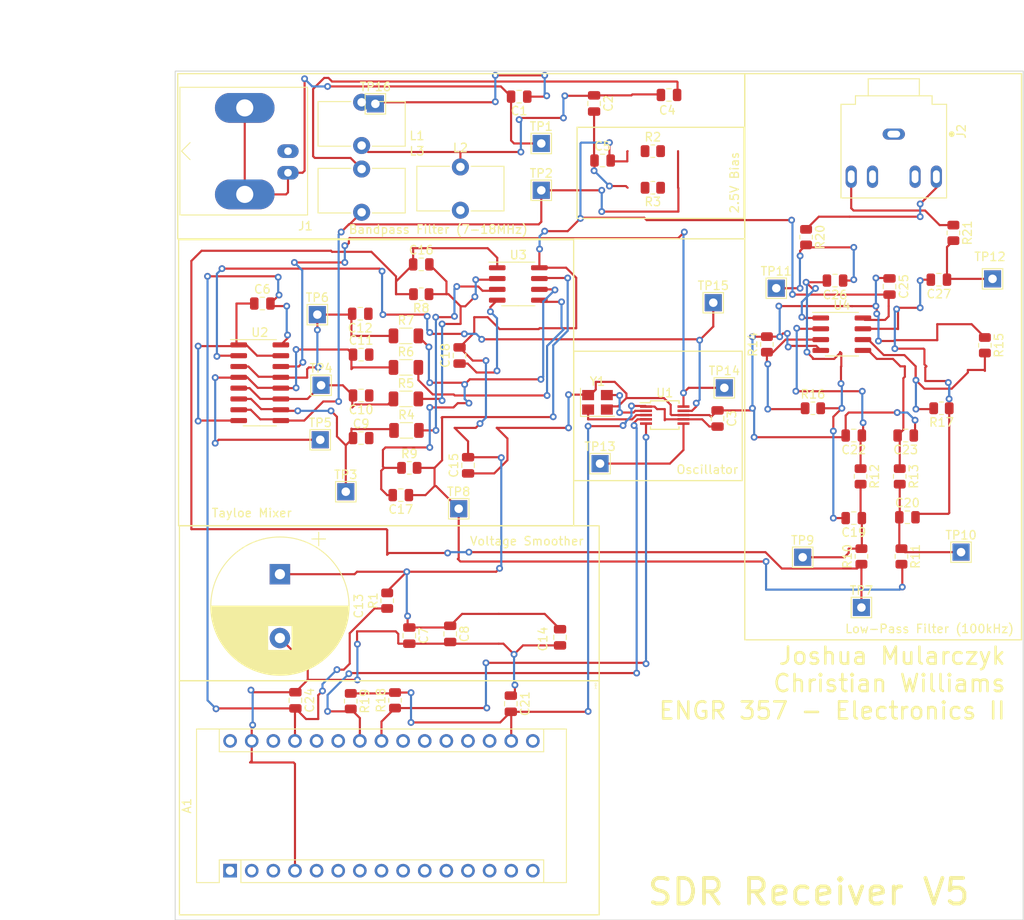
<source format=kicad_pcb>
(kicad_pcb (version 20211014) (generator pcbnew)
  (layers (0 "F.Cu" signal) (31 "B.Cu" signal) (34 "B.Paste" user) (35 "F.Paste" user) (36 "B.SilkS" user "B.Silkscreen") (37 "F.SilkS" user "F.Silkscreen") (38 "B.Mask" user) (39 "F.Mask" user) (44 "Edge.Cuts" user))
  (net 0 "")
  (net 4 "GND")
  (net 17 "+3V3")
  (net 23 "/SDA")
  (net 24 "/SCL")
  (net 27 "+5V")
  (net 30 "Net-(C1-Pad1)")
  (net 31 "Net-(C1-Pad2)")
  (net 32 "Net-(C2-Pad1)")
  (net 33 "Net-(C4-Pad2)")
  (net 34 "Filtered 5V")
  (net 35 "Net-(C9-Pad1)")
  (net 36 "Net-(C10-Pad2)")
  (net 37 "Net-(C11-Pad1)")
  (net 38 "Net-(C12-Pad2)")
  (net 39 "Net-(C16-Pad1)")
  (net 40 "Net-(C16-Pad2)")
  (net 41 "Net-(C17-Pad1)")
  (net 42 "Net-(C17-Pad2)")
  (net 43 "Net-(C19-Pad1)")
  (net 44 "Net-(C19-Pad2)")
  (net 45 "Net-(C20-Pad1)")
  (net 46 "Net-(C20-Pad2)")
  (net 47 "Net-(C22-Pad1)")
  (net 48 "Net-(C23-Pad2)")
  (net 49 "Net-(C26-Pad1)")
  (net 50 "Net-(C27-Pad1)")
  (net 51 "Net-(L3-Pad2)")
  (net 52 "Net-(R4-Pad2)")
  (net 53 "Net-(R6-Pad2)")
  (net 54 "Net-(R14-Pad1)")
  (net 55 "Net-(R15-Pad2)")
  (net 56 "Net-(U1-Pad2)")
  (net 57 "Net-(U1-Pad3)")
  (net 58 "Net-(TP15-Pad1)")
  (net 59 "Net-(TP14-Pad1)")
  (net 60 "Net-(TP13-Pad1)")
  (net 61 "Net-(R20-Pad1)")
  (net 62 "Net-(R21-Pad1)")
  (footprint "Capacitor_SMD:C_0805_2012Metric" (layer "F.Cu") (at 127.7 105.9 180)
    (fp_text reference "C17")
    (fp_text value "75p")
  )
  (footprint "Inductor_THT:L_Toroid_Vertical_L10.0mm_W5.0mm_P5.08mm" (layer "F.Cu") (at 134.7 67.36)
    (fp_text reference "L2")
    (fp_text value "360n")
  )
  (footprint "TestPoint:TestPoint_THTPad_2.0x2.0mm_Drill1.0mm" (layer "F.Cu") (at 197.2 80.5)
    (fp_text reference "TP12")
    (fp_text value "TestPoint")
  )
  (footprint "TestPoint:TestPoint_THTPad_2.0x2.0mm_Drill1.0mm" (layer "F.Cu") (at 165.7 93.3)
    (fp_text reference "TP14")
    (fp_text value "TestPoint")
  )
  (footprint "Resistor_SMD:R_0805_2012Metric" (layer "F.Cu") (at 192.6 75.1 -90)
    (fp_text reference "R21")
    (fp_text value "100")
  )
  (footprint "TestPoint:TestPoint_THTPad_2.0x2.0mm_Drill1.0mm" (layer "F.Cu") (at 144.2 70.1)
    (fp_text reference "TP2")
    (fp_text value "TestPoint")
  )
  (footprint "TestPoint:TestPoint_THTPad_2.0x2.0mm_Drill1.0mm" (layer "F.Cu") (at 174.9 113.2)
    (fp_text reference "TP9")
    (fp_text value "TestPoint")
  )
  (footprint "Module:Arduino_Nano" (layer "F.Cu") (at 107.65 150.01 90)
    (fp_text reference "A1")
    (fp_text value "Arduino_Nano_v3.x")
  )
  (footprint "Capacitor_SMD:C_0805_2012Metric" (layer "F.Cu") (at 187.2 108.5)
    (fp_text reference "C20")
    (fp_text value "100p")
  )
  (footprint "Capacitor_THT:CP_Radial_D16.0mm_P7.50mm" (layer "F.Cu") (at 113.5 115.187246 -90)
    (fp_text reference "C13")
    (fp_text value "8200u")
  )
  (footprint "Capacitor_SMD:C_0805_2012Metric" (layer "F.Cu") (at 190.9 80.6 180)
    (fp_text reference "C27")
    (fp_text value "10u")
  )
  (footprint "Resistor_SMD:R_0805_2012Metric" (layer "F.Cu") (at 186.3 103.7 -90)
    (fp_text reference "R13")
    (fp_text value "52.3k")
  )
  (footprint "TestPoint:TestPoint_THTPad_2.0x2.0mm_Drill1.0mm" (layer "F.Cu") (at 118.2375 99.4)
    (fp_text reference "TP5")
    (fp_text value "TestPoint")
  )
  (footprint "Capacitor_SMD:C_0805_2012Metric" (layer "F.Cu") (at 150.4 59.9 -90)
    (fp_text reference "C2")
    (fp_text value "560p")
  )
  (footprint "Capacitor_SMD:C_0805_2012Metric" (layer "F.Cu") (at 146.4 122.6 90)
    (fp_text reference "C14")
    (fp_text value "0.1u")
  )
  (footprint "Resistor_SMD:R_1206_3216Metric" (layer "F.Cu") (at 128.3 94.6)
    (fp_text reference "R5")
    (fp_text value "200")
  )
  (footprint "TestPoint:TestPoint_THTPad_2.0x2.0mm_Drill1.0mm" (layer "F.Cu") (at 124.715 59.945)
    (fp_text reference "TP16")
    (fp_text value "TestPoint")
  )
  (footprint "Capacitor_SMD:C_0805_2012Metric" (layer "F.Cu") (at 134.6 89.5 90)
    (fp_text reference "C18")
    (fp_text value "0.1u")
  )
  (footprint "TestPoint:TestPoint_THTPad_2.0x2.0mm_Drill1.0mm" (layer "F.Cu") (at 144.2 64.6)
    (fp_text reference "TP1")
    (fp_text value "TestPoint")
  )
  (footprint "Capacitor_SMD:C_0805_2012Metric" (layer "F.Cu") (at 123.0375 89.4)
    (fp_text reference "C11")
    (fp_text value "5n")
  )
  (footprint "TestPoint:TestPoint_THTPad_2.0x2.0mm_Drill1.0mm" (layer "F.Cu") (at 193.5 112.6)
    (fp_text reference "TP10")
    (fp_text value "TestPoint")
  )
  (footprint "Capacitor_SMD:C_0805_2012Metric" (layer "F.Cu") (at 187 98.9 180)
    (fp_text reference "C23")
    (fp_text value "100p")
  )
  (footprint "Connector_Coaxial:BNC_Amphenol_B6252HB-NPP3G-50_Horizontal" (layer "F.Cu") (at 114.45 65.5 90)
    (fp_text reference "J1")
    (fp_text value "Conn_Coaxial")
  )
  (footprint "Resistor_SMD:R_0805_2012Metric" (layer "F.Cu") (at 170.7 88.2 90)
    (fp_text reference "R14")
    (fp_text value "2.49k")
  )
  (footprint "TestPoint:TestPoint_THTPad_2.0x2.0mm_Drill1.0mm" (layer "F.Cu") (at 171.8 81.6)
    (fp_text reference "TP11")
    (fp_text value "TestPoint")
  )
  (footprint "Resistor_SMD:R_0805_2012Metric" (layer "F.Cu") (at 181.8 113.1 90)
    (fp_text reference "R10")
    (fp_text value "4.64k")
  )
  (footprint "Capacitor_SMD:C_0805_2012Metric" (layer "F.Cu") (at 185.1 81.4 -90)
    (fp_text reference "C25")
    (fp_text value "0.1u")
  )
  (footprint "Inductor_THT:L_Toroid_Vertical_L10.0mm_W5.0mm_P5.08mm" (layer "F.Cu") (at 123.1 67.6)
    (fp_text reference "L3")
    (fp_text value "750n")
  )
  (footprint "Resistor_SMD:R_0805_2012Metric" (layer "F.Cu") (at 191.2 95.7 180)
    (fp_text reference "R17")
    (fp_text value "17.4k")
  )
  (footprint "Crystal:Crystal_SMD_3225-4Pin_3.2x2.5mm" (layer "F.Cu") (at 150.8 95)
    (fp_text reference "Y1")
    (fp_text value "Crystal_GND24_Small")
  )
  (footprint "TestPoint:TestPoint_THTPad_2.0x2.0mm_Drill1.0mm" (layer "F.Cu") (at 151.1 102.2)
    (fp_text reference "TP13")
    (fp_text value "TestPoint")
  )
  (footprint "Package_SO:MSOP-10_3x3mm_P0.5mm" (layer "F.Cu") (at 158.7 96.5)
    (fp_text reference "U1")
    (fp_text value "Si5351A-B-GT")
  )
  (footprint "Package_SO:SOIC-8_3.9x4.9mm_P1.27mm" (layer "F.Cu") (at 141.5 81.1)
    (fp_text reference "U3")
    (fp_text value "LT6231")
  )
  (footprint "Capacitor_SMD:C_0805_2012Metric" (layer "F.Cu") (at 164.9 96.9 -90)
    (fp_text reference "C3")
    (fp_text value "0.1u")
  )
  (footprint "Capacitor_SMD:C_0805_2012Metric" (layer "F.Cu") (at 122.9375 84.6 180)
    (fp_text reference "C12")
    (fp_text value "5n")
  )
  (footprint "Capacitor_SMD:C_0805_2012Metric" (layer "F.Cu") (at 140.62 130.4 -90)
    (fp_text reference "C21")
    (fp_text value "0.1u")
  )
  (footprint "Resistor_SMD:R_0805_2012Metric" (layer "F.Cu") (at 121.82 130.1 -90)
    (fp_text reference "R19")
    (fp_text value "4.7k")
  )
  (footprint "Resistor_SMD:R_0805_2012Metric" (layer "F.Cu") (at 127.02 130 90)
    (fp_text reference "R18")
    (fp_text value "4.7k")
  )
  (footprint "Capacitor_SMD:C_0805_2012Metric" (layer "F.Cu") (at 180.9 98.9 180)
    (fp_text reference "C22")
    (fp_text value "100p")
  )
  (footprint "Resistor_SMD:R_0805_2012Metric" (layer "F.Cu") (at 196.3 88.3 -90)
    (fp_text reference "R15")
    (fp_text value "2.49k")
  )
  (footprint "Resistor_SMD:R_0805_2012Metric" (layer "F.Cu") (at 181.7 103.7 -90)
    (fp_text reference "R12")
    (fp_text value "52.3k")
  )
  (footprint "TestPoint:TestPoint_THTPad_2.0x2.0mm_Drill1.0mm" (layer "F.Cu") (at 118.3375 93)
    (fp_text reference "TP4")
    (fp_text value "TestPoint")
  )
  (footprint "TestPoint:TestPoint_THTPad_2.0x2.0mm_Drill1.0mm" (layer "F.Cu") (at 134.5 107.5)
    (fp_text reference "TP8")
    (fp_text value "TestPoint")
  )
  (footprint "Resistor_SMD:R_0805_2012Metric" (layer "F.Cu") (at 157.3 69.8 180)
    (fp_text reference "R3")
    (fp_text value "10k")
  )
  (footprint "Resistor_SMD:R_0805_2012Metric" (layer "F.Cu") (at 126.1 118.3 90)
    (fp_text reference "R1")
    (fp_text value "1")
  )
  (footprint "Capacitor_SMD:C_0805_2012Metric" (layer "F.Cu") (at 151.4 66.6)
    (fp_text reference "C5")
    (fp_text value "0.1u")
  )
  (footprint "TestPoint:TestPoint_THTPad_2.0x2.0mm_Drill1.0mm" (layer "F.Cu") (at 117.9 84.7)
    (fp_text reference "TP6")
    (fp_text value "TestPoint")
  )
  (footprint "Capacitor_SMD:C_0805_2012Metric" (layer "F.Cu") (at 123.0375 99.2)
    (fp_text reference "C9")
    (fp_text value "5n")
  )
  (footprint "Capacitor_SMD:C_0805_2012Metric" (layer "F.Cu") (at 159.2 58.9)
    (fp_text reference "C4")
    (fp_text value "270p")
  )
  (footprint "Resistor_SMD:R_1206_3216Metric" (layer "F.Cu") (at 128.3 90.9)
    (fp_text reference "R6")
    (fp_text value "200")
  )
  (footprint "Capacitor_SMD:C_0805_2012Metric" (layer "F.Cu") (at 130.1 78.8)
    (fp_text reference "C16")
    (fp_text value "75p")
  )
  (footprint "Resistor_SMD:R_0805_2012Metric" (layer "F.Cu") (at 128.7 102.7)
    (fp_text reference "R9")
    (fp_text value "22k")
  )
  (footprint "Capacitor_SMD:C_0805_2012Metric" (layer "F.Cu") (at 133.5 122.2 -90)
    (fp_text reference "C8")
    (fp_text value "100n")
  )
  (footprint "CUI_SJ1-3225N:CUI_SJ1-3525N" (layer "F.Cu") (at 185.6 63.5 -90)
    (fp_text reference "J2")
    (fp_text value "SJ1-3525N")
  )
  (footprint "TestPoint:TestPoint_THTPad_2.0x2.0mm_Drill1.0mm" (layer "F.Cu") (at 181.8 119.1)
    (fp_text reference "TP7")
    (fp_text value "TestPoint")
  )
  (footprint "Resistor_SMD:R_0805_2012Metric" (layer "F.Cu") (at 130.1 82.3 180)
    (fp_text reference "R8")
    (fp_text value "22k")
  )
  (footprint "Package_SO:SOIC-8_3.9x4.9mm_P1.27mm" (layer "F.Cu") (at 179.5 87)
    (fp_text reference "U4")
    (fp_text value "LM4562MA")
  )
  (footprint "Capacitor_SMD:C_0805_2012Metric" (layer "F.Cu") (at 123.0375 94.2 180)
    (fp_text reference "C10")
    (fp_text value "5n")
  )
  (footprint "TestPoint:TestPoint_THTPad_2.0x2.0mm_Drill1.0mm" (layer "F.Cu") (at 164.4 83.3)
    (fp_text reference "TP15")
    (fp_text value "TestPoint")
  )
  (footprint "Resistor_SMD:R_1206_3216Metric" (layer "F.Cu") (at 128.3625 98.3)
    (fp_text reference "R4")
    (fp_text value "200")
  )
  (footprint "Capacitor_SMD:C_0805_2012Metric" (layer "F.Cu") (at 111.4375 83.4)
    (fp_text reference "C6")
    (fp_text value "0.1u")
  )
  (footprint "Resistor_SMD:R_0805_2012Metric" (layer "F.Cu") (at 176.1 95.7)
    (fp_text reference "R16")
    (fp_text value "17.4k")
  )
  (footprint "Resistor_SMD:R_0805_2012Metric" (layer "F.Cu") (at 186.5 113.1 -90)
    (fp_text reference "R11")
    (fp_text value "4.64k")
  )
  (footprint "Capacitor_SMD:C_0805_2012Metric" (layer "F.Cu") (at 141.6 59.1 180)
    (fp_text reference "C1")
    (fp_text value "270p")
  )
  (footprint "Capacitor_SMD:C_0805_2012Metric" (layer "F.Cu") (at 180.9 108.6 180)
    (fp_text reference "C19")
    (fp_text value "100p")
  )
  (footprint "Capacitor_SMD:C_0805_2012Metric" (layer "F.Cu") (at 128.7 122.4 -90)
    (fp_text reference "C7")
    (fp_text value "10n")
  )
  (footprint "Resistor_SMD:R_0805_2012Metric" (layer "F.Cu") (at 175.3 75.6 -90)
    (fp_text reference "R20")
    (fp_text value "100")
  )
  (footprint "Resistor_SMD:R_0805_2012Metric" (layer "F.Cu") (at 157.3 65.5)
    (fp_text reference "R2")
    (fp_text value "10k")
  )
  (footprint "Capacitor_SMD:C_0805_2012Metric" (layer "F.Cu") (at 115.32 130 -90)
    (fp_text reference "C24")
    (fp_text value "0.1u")
  )
  (footprint "Capacitor_SMD:C_0805_2012Metric" (layer "F.Cu") (at 178.7 80.7 180)
    (fp_text reference "C26")
    (fp_text value "10u")
  )
  (footprint "TestPoint:TestPoint_THTPad_2.0x2.0mm_Drill1.0mm" (layer "F.Cu") (at 121.2375 105.5)
    (fp_text reference "TP3")
    (fp_text value "TestPoint")
  )
  (footprint "Capacitor_SMD:C_0805_2012Metric" (layer "F.Cu") (at 135.6 102.4 90)
    (fp_text reference "C15")
    (fp_text value "0.1u")
  )
  (footprint "Inductor_THT:L_Toroid_Vertical_L10.0mm_W5.0mm_P5.08mm" (layer "F.Cu") (at 123.1 59.76)
    (fp_text reference "L1")
    (fp_text value "750n")
  )
  (footprint "Package_SO:SOIC-16_3.9x9.9mm_P1.27mm" (layer "F.Cu") (at 111.1375 92.7)
    (fp_text reference "U2")
    (fp_text value "SN74CBT3253")
  )
  (footprint "Resistor_SMD:R_1206_3216Metric" (layer "F.Cu") (at 128.3 87.2)
    (fp_text reference "R7")
    (fp_text value "200")
  )
  (gr_rect (start 148 89) (end 167.8 104.2) (layer "F.SilkS") (width 0.15) (fill none))
  (gr_rect (start 101.6 75.9) (end 148 109.5) (layer "F.SilkS") (width 0.15) (fill none))
  (gr_rect (start 101.7 127.7) (end 151 109.5) (layer "F.SilkS") (width 0.15) (fill none))
  (gr_line (start 150.7 128.66) (end 150.59 128.52) (layer "F.SilkS") (width 0.05))
  (gr_rect (start 148.4 62.7) (end 168 73.4) (layer "F.SilkS") (width 0.15) (fill none))
  (gr_rect (start 168.1 56.4) (end 200.6 122.9) (layer "F.SilkS") (width 0.15) (fill none))
  (gr_line (start 150.59 128.15) (end 150.59 128.53) (layer "F.SilkS") (width 0.05))
  (gr_rect (start 101.5 56.4) (end 168.1 75.8) (layer "F.SilkS") (width 0.15) (fill none))
  (gr_rect (start 101.7 127.7) (end 151 155.2) (layer "F.SilkS") (width 0.15) (fill none))
  (gr_line (start 150.61 128.29) (end 150.75 128.29) (layer "F.SilkS") (width 0.05))
  (gr_line (start 150.59 128.29) (end 150.45 128.29) (layer "F.SilkS") (width 0.05))
  (gr_line (start 150.59 128.53) (end 150.49 128.66) (layer "F.SilkS") (width 0.05))
  (gr_circle (center 150.59 128.05) (end 150.69 128.05) (layer "F.SilkS") (width 0.05) (fill none))
  (gr_rect (start 200.8 155.8) (end 101.2 56.1) (layer "Edge.Cuts") (width 0.1) (fill none))
  (gr_text "Joshua Mularczyk\nChristian Williams\nENGR 357 - Electronics II" (at 198.9 128) (layer "F.SilkS") (effects (font (size 2 2) (thickness 0.3)) (justify right)))
  (gr_text "Tayloe Mixer" (at 110.2 108) (layer "F.SilkS") (effects (font (size 1 1))))
  (gr_text "Voltage Smoother" (at 142.5 111.3) (layer "F.SilkS") (effects (font (size 1 1))))
  (gr_text "Oscillator" (at 163.7 102.9) (layer "F.SilkS") (effects (font (size 1 1))))
  (gr_text "Low-Pass Filter (100kHz)" (at 189.8 121.6) (layer "F.SilkS") (effects (font (size 1 1))))
  (gr_text "2.5V Bias" (at 166.9 69.2 90) (layer "F.SilkS") (effects (font (size 1 1))))
  (gr_text "Bandpass Filter (7-18MHz)" (at 132.1 74.7) (layer "F.SilkS") (effects (font (size 1 1))))
  (gr_text "SDR Receiver V5" (at 175.6 152.5) (layer "F.SilkS") (effects (font (size 3 3) (thickness 0.45))))
  (segment (start 139.75 123.35) (end 141 124.6) (width 0.25) (layer "F.Cu") (net 4))
  (segment (start 113.5 122.687246) (end 116.77 125.957246) (width 0.25) (layer "F.Cu") (net 4))
  (segment (start 115.27 137.47) (end 115.1 137.3) (width 0.25) (layer "F.Cu") (net 4))
  (segment (start 183.6 83.8) (end 183.5 83.7) (width 0.25) (layer "F.Cu") (net 4))
  (segment (start 188.1 97.1) (end 188.1 98.75) (width 0.25) (layer "F.Cu") (net 4))
  (segment (start 180 96.5) (end 180.3 96.2) (width 0.25) (layer "F.Cu") (net 4))
  (segment (start 116.77 125.957246) (end 116.77 127.6) (width 0.25) (layer "F.Cu") (net 4))
  (segment (start 154.1375 69.6) (end 154.3375 69.8) (width 0.25) (layer "F.Cu") (net 4))
  (segment (start 108.4 87.9925) (end 108.6625 88.255) (width 0.25) (layer "F.Cu") (net 4))
  (segment (start 149.949022 94.15) (end 150.6 93.499022) (width 0.25) (layer "F.Cu") (net 4))
  (segment (start 122.56 121.9) (end 122.56 123.36) (width 0.25) (layer "F.Cu") (net 4))
  (segment (start 139.2 123.35) (end 139.75 123.35) (width 0.25) (layer "F.Cu") (net 4))
  (segment (start 134.6 90.45) (end 135.55 90.45) (width 0.25) (layer "F.Cu") (net 4))
  (segment (start 183.5 80.4) (end 185.05 80.4) (width 0.25) (layer "F.Cu") (net 4))
  (segment (start 173.2 88.5) (end 173.324511 88.375489) (width 0.25) (layer "F.Cu") (net 4))
  (segment (start 172.2 87.3) (end 172.5895 86.9105) (width 0.25) (layer "F.Cu") (net 4))
  (segment (start 110.1 128.8) (end 110.35 129.05) (width 0.25) (layer "F.Cu") (net 4))
  (segment (start 180.3 96.2) (end 186 96.2) (width 0.25) (layer "F.Cu") (net 4))
  (segment (start 110.4875 83.4) (end 108.4 83.4) (width 0.25) (layer "F.Cu") (net 4))
  (segment (start 149.7 94.15) (end 149.949022 94.15) (width 0.25) (layer "F.Cu") (net 4))
  (segment (start 127.45 123.35) (end 128.7 123.35) (width 0.25) (layer "F.Cu") (net 4))
  (segment (start 109.37 60.42) (end 109.37 70.58) (width 0.25) (layer "F.Cu") (net 4))
  (segment (start 159.4 96.4) (end 159.4 95.3) (width 0.25) (layer "F.Cu") (net 4))
  (segment (start 115.1 137.3) (end 110 137.3) (width 0.25) (layer "F.Cu") (net 4))
  (segment (start 153.224511 95.475489) (end 152.274511 95.475489) (width 0.25) (layer "F.Cu") (net 4))
  (segment (start 138.975 98.005) (end 138.98 98) (width 0.25) (layer "F.Cu") (net 4))
  (segment (start 141.1 128.2) (end 141.1 128.97) (width 0.25) (layer "F.Cu") (net 4))
  (segment (start 164.15 96.7) (end 163.95 96.5) (width 0.25) (layer "F.Cu") (net 4))
  (segment (start 180.705 83.705) (end 183.495 83.705) (width 0.25) (layer "F.Cu") (net 4))
  (segment (start 141.1 128.97) (end 140.62 129.45) (width 0.25) (layer "F.Cu") (net 4))
  (segment (start 190.7 87.7) (end 185.699886 87.7) (width 0.25) (layer "F.Cu") (net 4))
  (segment (start 185.599886 87.8) (end 183.8 87.8) (width 0.25) (layer "F.Cu") (net 4))
  (segment (start 150.6 93.499022) (end 150.6 92.6) (width 0.25) (layer "F.Cu") (net 4))
  (segment (start 179.75 99.1) (end 179.95 98.9) (width 0.25) (layer "F.Cu") (net 4))
  (segment (start 146.4 123.55) (end 142.05 123.55) (width 0.25) (layer "F.Cu") (net 4))
  (segment (start 127.4 122.2) (end 127.4 123.3) (width 0.25) (layer "F.Cu") (net 4))
  (segment (start 138.8 91.5) (end 139 91.3) (width 0.25) (layer "F.Cu") (net 4))
  (segment (start 169.2 99.1) (end 179.75 99.1) (width 0.25) (layer "F.Cu") (net 4))
  (segment (start 119.1 57.9) (end 139.45 57.9) (width 0.25) (layer "F.Cu") (net 4))
  (segment (start 138.674614 103.35) (end 135.6 103.35) (width 0.25) (layer "F.Cu") (net 4))
  (segment (start 149.65 94.1) (end 149.7 94.15) (width 0.25) (layer "F.Cu") (net 4))
  (segment (start 150.4 66.55) (end 150.45 66.6) (width 0.25) (layer "F.Cu") (net 4))
  (segment (start 164.9 95.95) (end 168.75 95.95) (width 0.25) (layer "F.Cu") (net 4))
  (segment (start 152.824614 92.6) (end 154.2 93.975386) (width 0.25) (layer "F.Cu") (net 4))
  (segment (start 122.56 121.9) (end 127.1 121.9) (width 0.25) (layer "F.Cu") (net 4))
  (segment (start 114.45 68.04) (end 116.16 68.04) (width 0.25) (layer "F.Cu") (net 4))
  (segment (start 109.37 70.58) (end 114.22 70.58) (width 0.25) (layer "F.Cu") (net 4))
  (segment (start 127.4 123.3) (end 127.45 123.35) (width 0.25) (layer "F.Cu") (net 4))
  (segment (start 110.19 133.01) (end 110.3 132.9) (width 0.25) (layer "F.Cu") (net 4))
  (segment (start 110.19 134.77) (end 110.19 133.01) (width 0.25) (layer "F.Cu") (net 4))
  (segment (start 173.324511 88.375489) (end 176.495489 88.375489) (width 0.25) (layer "F.Cu") (net 4))
  (segment (start 122.6 127.6) (end 116.77 127.6) (width 0.25) (layer "F.Cu") (net 4))
  (segment (start 185.05 80.4) (end 185.1 80.45) (width 0.25) (layer "F.Cu") (net 4))
  (segment (start 140.224511 99.254511) (end 140.224511 101.800103) (width 0.25) (layer "F.Cu") (net 4))
  (segment (start 138.222532 83.807468) (end 139.025 83.005) (width 0.25) (layer "F.Cu") (net 4))
  (segment (start 115.27 150.01) (end 115.27 137.47) (width 0.25) (layer "F.Cu") (net 4))
  (segment (start 158.6 94.5) (end 154.2 94.5) (width 0.25) (layer "F.Cu") (net 4))
  (segment (start 135.55 90.45) (end 136.6 91.5) (width 0.25) (layer "F.Cu") (net 4))
  (segment (start 114.45 70.35) (end 114.45 68.04) (width 0.25) (layer "F.Cu") (net 4))
  (segment (start 140.65 59.1) (end 140.65 64.25) (width 0.25) (layer "F.Cu") (net 4))
  (segment (start 139.45 57.9) (end 140.65 59.1) (width 0.25) (layer "F.Cu") (net 4))
  (segment (start 159.4 95.3) (end 158.6 94.5) (width 0.25) (layer "F.Cu") (net 4))
  (segment (start 183.6 84.6) (end 183.6 83.8) (width 0.25) (layer "F.Cu") (net 4))
  (segment (start 154.2 93.975386) (end 154.2 94.5) (width 0.25) (layer "F.Cu") (net 4))
  (segment (start 150.4 60.85) (end 150.4 66.55) (width 0.25) (layer "F.Cu") (net 4))
  (segment (start 172.1875 87.2875) (end 172.2 87.3) (width 0.25) (layer "F.Cu") (net 4))
  (segment (start 103.955 97.145) (end 103.9 97.2) (width 0.25) (layer "F.Cu") (net 4))
  (segment (start 172.5895 86.9105) (end 173.1 86.9105) (width 0.25) (layer "F.Cu") (net 4))
  (segment (start 168.75 95.95) (end 169 95.7) (width 0.25) (layer "F.Cu") (net 4))
  (segment (start 183.495 83.705) (end 183.5 83.7) (width 0.25) (layer "F.Cu") (net 4))
  (segment (start 108.6625 97.145) (end 103.955 97.145) (width 0.25) (layer "F.Cu") (net 4))
  (segment (start 176.495489 88.375489) (end 177.025 88.905) (width 0.25) (layer "F.Cu") (net 4))
  (segment (start 140.65 64.25) (end 141 64.6) (width 0.25) (layer "F.Cu") (net 4))
  (segment (start 172.1 83.7) (end 180.7 83.7) (width 0.25) (layer "F.Cu") (net 4))
  (segment (start 110.19 137.11) (end 110.19 134.77) (width 0.25) (layer "F.Cu") (net 4))
  (segment (start 147.4 94.1) (end 149.65 94.1) (width 0.25) (layer "F.Cu") (net 4))
  (segment (start 110.35 129.05) (end 115.32 129.05) (width 0.25) (layer "F.Cu") (net 4))
  (segment (start 179.95 98.9) (end 179.95 96.55) (width 0.25) (layer "F.Cu") (net 4))
  (segment (start 190.705 85.825) (end 190.705 87.695) (width 0.25) (layer "F.Cu") (net 4))
  (segment (start 150.45 66.6) (end 150.45 67.75) (width 0.25) (layer "F.Cu") (net 4))
  (segment (start 108.4 83.4) (end 108.4 87.9925) (width 0.25) (layer "F.Cu") (net 4))
  (segment (start 180.7 83.7) (end 180.705 83.705) (width 0.25) (layer "F.Cu") (net 4))
  (segment (start 116.77 127.6) (end 115.32 129.05) (width 0.25) (layer "F.Cu") (net 4))
  (segment (start 140.224511 101.800103) (end 138.674614 103.35) (width 0.25) (layer "F.Cu") (net 4))
  (segment (start 133.5 123.15) (end 133.7 123.35) (width 0.25) (layer "F.Cu") (net 4))
  (segment (start 160.9 96.5) (end 159.5 96.5) (width 0.25) (layer "F.Cu") (net 4))
  (segment (start 109.555 88.255) (end 110.825 89.525) (width 0.25) (layer "F.Cu") (net 4))
  (segment (start 179.95 96.55) (end 180 96.5) (width 0.25) (layer "F.Cu") (net 4))
  (segment (start 154.2 94.5) (end 153.224511 95.475489) (width 0.25) (layer "F.Cu") (net 4))
  (segment (start 138.98 98) (end 147.4 98) (width 0.25) (layer "F.Cu") (net 4))
  (segment (start 116.16 68.04) (end 116.4 67.8) (width 0.25) (layer "F.Cu") (net 4))
  (segment (start 136.6 91.5) (end 138.8 91.5) (width 0.25) (layer "F.Cu") (net 4))
  (segment (start 127.1 121.9) (end 127.4 122.2) (width 0.25) (layer "F.Cu") (net 4))
  (segment (start 170.6875 87.3) (end 170.7 87.2875) (width 0.25) (layer "F.Cu") (net 4))
  (segment (start 152.274511 95.475489) (end 151.9 95.85) (width 0.25) (layer "F.Cu") (net 4))
  (segment (start 159.5 96.5) (end 159.4 96.4) (width 0.25) (layer "F.Cu") (net 4))
  (segment (start 108.5175 88.4) (end 108.6625 88.255) (width 0.25) (layer "F.Cu") (net 4))
  (segment (start 163.95 96.5) (end 160.9 96.5) (width 0.25) (layer "F.Cu") (net 4))
  (segment (start 141 64.6) (end 144.2 64.6) (width 0.25) (layer "F.Cu") (net 4))
  (segment (start 196.3 87.3875) (end 194.7375 85.825) (width 0.25) (layer "F.Cu") (net 4))
  (segment (start 133.7 123.35) (end 139.2 123.35) (width 0.25) (layer "F.Cu") (net 4))
  (segment (start 128.7 123.35) (end 133.3 123.35) (width 0.25) (layer "F.Cu") (net 4))
  (segment (start 185.699886 87.7) (end 185.599886 87.8) (width 0.25) (layer "F.Cu") (net 4))
  (segment (start 116.4 67.8) (end 116.4 57) (width 0.25) (layer "F.Cu") (net 4))
  (segment (start 190.705 87.695) (end 190.7 87.7) (width 0.25) (layer "F.Cu") (net 4))
  (segment (start 138.222532 84.35379) (end 138.222532 83.807468) (width 0.25) (layer "F.Cu") (net 4))
  (segment (start 152.2 69.6) (end 154.1375 69.6) (width 0.25) (layer "F.Cu") (net 4))
  (segment (start 122.56 123.36) (end 122.6 123.4) (width 0.25) (layer "F.Cu") (net 4))
  (segment (start 108.6625 88.255) (end 109.555 88.255) (width 0.25) (layer "F.Cu") (net 4))
  (segment (start 164.9 95.95) (end 164.15 96.7) (width 0.25) (layer "F.Cu") (net 4))
  (segment (start 194.7375 85.825) (end 190.705 85.825) (width 0.25) (layer "F.Cu") (net 4))
  (segment (start 170.7 87.2875) (end 172.1875 87.2875) (width 0.25) (layer "F.Cu") (net 4))
  (segment (start 114.22 70.58) (end 114.45 70.35) (width 0.25) (layer "F.Cu") (net 4))
  (segment (start 150.45 67.75) (end 150.4 67.8) (width 0.25) (layer "F.Cu") (net 4))
  (segment (start 150.6 92.6) (end 152.824614 92.6) (width 0.25) (layer "F.Cu") (net 4))
  (segment (start 103.9 88.4) (end 108.5175 88.4) (width 0.25) (layer "F.Cu") (net 4))
  (segment (start 142.05 123.55) (end 141 124.6) (width 0.25) (layer "F.Cu") (net 4))
  (segment (start 110.825 89.525) (end 113.6125 89.525) (width 0.25) (layer "F.Cu") (net 4))
  (segment (start 138.975 98.005) (end 140.224511 99.254511) (width 0.25) (layer "F.Cu") (net 4))
  (segment (start 110 137.3) (end 110.19 137.11) (width 0.25) (layer "F.Cu") (net 4))
  (segment (start 188.1 98.75) (end 187.95 98.9) (width 0.25) (layer "F.Cu") (net 4))
  (segment (start 169 87.3) (end 170.6875 87.3) (width 0.25) (layer "F.Cu") (net 4))
  (via (at 169.2 99.1) (size 0.8) (drill 0.4) (layers "F.Cu" "B.Cu") (net 4))
  (via (at 139 91.3) (size 0.8) (drill 0.4) (layers "F.Cu" "B.Cu") (net 4))
  (via (at 172.2 87.3) (size 0.8) (drill 0.4) (layers "F.Cu" "B.Cu") (net 4))
  (via (at 103.9 88.4) (size 0.8) (drill 0.4) (layers "F.Cu" "B.Cu") (net 4))
  (via (at 103.9 97.2) (size 0.8) (drill 0.4) (layers "F.Cu" "B.Cu") (net 4))
  (via (at 169 87.3) (size 0.8) (drill 0.4) (layers "F.Cu" "B.Cu") (net 4))
  (via (at 141 124.6) (size 0.8) (drill 0.4) (layers "F.Cu" "B.Cu") (net 4))
  (via (at 147.4 98) (size 0.8) (drill 0.4) (layers "F.Cu" "B.Cu") (net 4))
  (via (at 186 96.2) (size 0.8) (drill 0.4) (layers "F.Cu" "B.Cu") (net 4))
  (via (at 141.1 128.2) (size 0.8) (drill 0.4) (layers "F.Cu" "B.Cu") (net 4))
  (via (at 152.2 69.6) (size 0.8) (drill 0.4) (layers "F.Cu" "B.Cu") (net 4))
  (via (at 183.8 87.8) (size 0.8) (drill 0.4) (layers "F.Cu" "B.Cu") (net 4))
  (via (at 183.6 84.6) (size 0.8) (drill 0.4) (layers "F.Cu" "B.Cu") (net 4))
  (via (at 183.5 80.4) (size 0.8) (drill 0.4) (layers "F.Cu" "B.Cu") (net 4))
  (via (at 188.1 97.1) (size 0.8) (drill 0.4) (layers "F.Cu" "B.Cu") (net 4))
  (via (at 169 95.7) (size 0.8) (drill 0.4) (layers "F.Cu" "B.Cu") (net 4))
  (via (at 110.3 132.9) (size 0.8) (drill 0.4) (layers "F.Cu" "B.Cu") (net 4))
  (via (at 138.222532 84.35379) (size 0.8) (drill 0.4) (layers "F.Cu" "B.Cu") (net 4))
  (via (at 172.1 83.7) (size 0.8) (drill 0.4) (layers "F.Cu" "B.Cu") (net 4))
  (via (at 122.6 123.4) (size 0.8) (drill 0.4) (layers "F.Cu" "B.Cu") (net 4))
  (via (at 110.1 128.8) (size 0.8) (drill 0.4) (layers "F.Cu" "B.Cu") (net 4))
  (via (at 173.1 86.9105) (size 0.8) (drill 0.4) (layers "F.Cu" "B.Cu") (net 4))
  (via (at 173.2 88.5) (size 0.8) (drill 0.4) (layers "F.Cu" "B.Cu") (net 4))
  (via (at 119.1 57.9) (size 0.8) (drill 0.4) (layers "F.Cu" "B.Cu") (net 4))
  (via (at 122.6 127.6) (size 0.8) (drill 0.4) (layers "F.Cu" "B.Cu") (net 4))
  (via (at 183.5 83.7) (size 0.8) (drill 0.4) (layers "F.Cu" "B.Cu") (net 4))
  (via (at 116.4 57) (size 0.8) (drill 0.4) (layers "F.Cu" "B.Cu") (net 4))
  (via (at 150.4 67.8) (size 0.8) (drill 0.4) (layers "F.Cu" "B.Cu") (net 4))
  (via (at 147.4 94.1) (size 0.8) (drill 0.4) (layers "F.Cu" "B.Cu") (net 4))
  (segment (start 172.2 83.8) (end 172.1 83.7) (width 0.25) (layer "B.Cu") (net 4))
  (segment (start 147.4 98) (end 147.4 94.1) (width 0.25) (layer "B.Cu") (net 4))
  (segment (start 186 96.2) (end 187.2 96.2) (width 0.25) (layer "B.Cu") (net 4))
  (segment (start 172.2 87.3) (end 172.2 83.8) (width 0.25) (layer "B.Cu") (net 4))
  (segment (start 173.1 86.9105) (end 173.1 88.4) (width 0.25) (layer "B.Cu") (net 4))
  (segment (start 169 95.7) (end 169 87.3) (width 0.25) (layer "B.Cu") (net 4))
  (segment (start 122.6 123.4) (end 122.6 127.6) (width 0.25) (layer "B.Cu") (net 4))
  (segment (start 187.2 96.2) (end 188.1 97.1) (width 0.25) (layer "B.Cu") (net 4))
  (segment (start 103.9 97.2) (end 103.9 88.4) (width 0.25) (layer "B.Cu") (net 4))
  (segment (start 116.4 57) (end 117.3 57.9) (width 0.25) (layer "B.Cu") (net 4))
  (segment (start 110.3 129) (end 110.1 128.8) (width 0.25) (layer "B.Cu") (net 4))
  (segment (start 150.4 67.8) (end 152.2 69.6) (width 0.25) (layer "B.Cu") (net 4))
  (segment (start 169.2 95.9) (end 169.2 99.1) (width 0.25) (layer "B.Cu") (net 4))
  (segment (start 169 95.7) (end 169.2 95.9) (width 0.25) (layer "B.Cu") (net 4))
  (segment (start 139 85.131258) (end 138.222532 84.35379) (width 0.25) (layer "B.Cu") (net 4))
  (segment (start 183.8 84.8) (end 183.6 84.6) (width 0.25) (layer "B.Cu") (net 4))
  (segment (start 117.3 57.9) (end 119.1 57.9) (width 0.25) (layer "B.Cu") (net 4))
  (segment (start 173.1 88.4) (end 173.2 88.5) (width 0.25) (layer "B.Cu") (net 4))
  (segment (start 183.5 83.7) (end 183.5 80.4) (width 0.25) (layer "B.Cu") (net 4))
  (segment (start 141 124.6) (end 141 128.1) (width 0.25) (layer "B.Cu") (net 4))
  (segment (start 110.3 132.9) (end 110.3 129) (width 0.25) (layer "B.Cu") (net 4))
  (segment (start 183.8 87.8) (end 183.8 84.8) (width 0.25) (layer "B.Cu") (net 4))
  (segment (start 141 128.1) (end 141.1 128.2) (width 0.25) (layer "B.Cu") (net 4))
  (segment (start 139 91.3) (end 139 85.131258) (width 0.25) (layer "B.Cu") (net 4))
  (segment (start 158.7 97.1) (end 158.8 97) (width 0.25) (layer "F.Cu") (net 17))
  (segment (start 157.799022 95.8) (end 158.7 95.8) (width 0.25) (layer "F.Cu") (net 17))
  (segment (start 140.62 131.35) (end 149.65 131.35) (width 0.25) (layer "F.Cu") (net 17))
  (segment (start 127.02 129.0875) (end 128.8875 129.0875) (width 0.25) (layer "F.Cu") (net 17))
  (segment (start 126.92 129.1875) (end 127.02 129.0875) (width 0.25) (layer "F.Cu") (net 17))
  (segment (start 154.789286 95.424608) (end 156.424608 95.424608) (width 0.25) (layer "F.Cu") (net 17))
  (segment (start 158.7 95.8) (end 158.7 97.1) (width 0.25) (layer "F.Cu") (net 17))
  (segment (start 140.67 131.4) (end 140.67 134.77) (width 0.25) (layer "F.Cu") (net 17))
  (segment (start 128.9 132.6) (end 139.37 132.6) (width 0.25) (layer "F.Cu") (net 17))
  (segment (start 163.1 97) (end 163.95 97.85) (width 0.25) (layer "F.Cu") (net 17))
  (segment (start 156.5 95.5) (end 157.499022 95.5) (width 0.25) (layer "F.Cu") (net 17))
  (segment (start 160.9 97) (end 163.1 97) (width 0.25) (layer "F.Cu") (net 17))
  (segment (start 156.424608 95.424608) (end 156.5 95.5) (width 0.25) (layer "F.Cu") (net 17))
  (segment (start 153.7245 97.8) (end 153.8 97.7245) (width 0.25) (layer "F.Cu") (net 17))
  (segment (start 163.95 97.85) (end 164.9 97.85) (width 0.25) (layer "F.Cu") (net 17))
  (segment (start 140.62 131.35) (end 140.67 131.4) (width 0.25) (layer "F.Cu") (net 17))
  (segment (start 158.8 97) (end 160.9 97) (width 0.25) (layer "F.Cu") (net 17))
  (segment (start 121.82 129.1875) (end 126.92 129.1875) (width 0.25) (layer "F.Cu") (net 17))
  (segment (start 149.65 131.35) (end 149.7 131.3) (width 0.25) (layer "F.Cu") (net 17))
  (segment (start 128.8875 129.0875) (end 128.9 129.1) (width 0.25) (layer "F.Cu") (net 17))
  (segment (start 157.499022 95.5) (end 157.799022 95.8) (width 0.25) (layer "F.Cu") (net 17))
  (segment (start 149.7 97.8) (end 153.7245 97.8) (width 0.25) (layer "F.Cu") (net 17))
  (segment (start 139.37 132.6) (end 140.62 131.35) (width 0.25) (layer "F.Cu") (net 17))
  (via (at 128.9 129.1) (size 0.8) (drill 0.4) (layers "F.Cu" "B.Cu") (net 17))
  (via (at 149.7 131.3) (size 0.8) (drill 0.4) (layers "F.Cu" "B.Cu") (net 17))
  (via (at 128.9 132.6) (size 0.8) (drill 0.4) (layers "F.Cu" "B.Cu") (net 17))
  (via (at 149.7 97.8) (size 0.8) (drill 0.4) (layers "F.Cu" "B.Cu") (net 17))
  (via (at 153.8 97.7245) (size 0.8) (drill 0.4) (layers "F.Cu" "B.Cu") (net 17))
  (via (at 154.789286 95.424608) (size 0.8) (drill 0.4) (layers "F.Cu" "B.Cu") (net 17))
  (segment (start 154.789286 96.610714) (end 154.789286 95.424608) (width 0.25) (layer "B.Cu") (net 17))
  (segment (start 153.8 97.7245) (end 154.1245 97.4) (width 0.25) (layer "B.Cu") (net 17))
  (segment (start 154.1245 97.4) (end 154.1245 97.2755) (width 0.25) (layer "B.Cu") (net 17))
  (segment (start 154.1245 97.2755) (end 154.7 96.7) (width 0.25) (layer "B.Cu") (net 17))
  (segment (start 149.7 131.3) (end 149.7 97.8) (width 0.25) (layer "B.Cu") (net 17))
  (segment (start 128.9 129.1) (end 128.9 132.6) (width 0.25) (layer "B.Cu") (net 17))
  (segment (start 154.7 96.7) (end 154.789286 96.610714) (width 0.25) (layer "B.Cu") (net 17))
  (segment (start 137.7875 130.9125) (end 137.8 130.9) (width 0.25) (layer "F.Cu") (net 23))
  (segment (start 137.7 125.6) (end 156.4 125.6) (width 0.25) (layer "F.Cu") (net 23))
  (segment (start 125.43 134.77) (end 125.43 132.5025) (width 0.25) (layer "F.Cu") (net 23))
  (segment (start 125.43 132.5025) (end 127.02 130.9125) (width 0.25) (layer "F.Cu") (net 23))
  (segment (start 156.4 125.6) (end 156.5 125.7) (width 0.25) (layer "F.Cu") (net 23))
  (segment (start 156.5 99.1) (end 156.5 97.5) (width 0.25) (layer "F.Cu") (net 23))
  (segment (start 127.02 130.9125) (end 137.7875 130.9125) (width 0.25) (layer "F.Cu") (net 23))
  (via (at 137.8 130.9) (size 0.8) (drill 0.4) (layers "F.Cu" "B.Cu") (net 23))
  (via (at 156.5 125.7) (size 0.8) (drill 0.4) (layers "F.Cu" "B.Cu") (net 23))
  (via (at 137.7 125.6) (size 0.8) (drill 0.4) (layers "F.Cu" "B.Cu") (net 23))
  (via (at 156.5 99.1) (size 0.8) (drill 0.4) (layers "F.Cu" "B.Cu") (net 23))
  (segment (start 137.8 130.9) (end 137.7 130.8) (width 0.25) (layer "B.Cu") (net 23))
  (segment (start 156.5 125.7) (end 156.5 99.1) (width 0.25) (layer "B.Cu") (net 23))
  (segment (start 137.7 130.8) (end 137.7 125.6) (width 0.25) (layer "B.Cu") (net 23))
  (segment (start 122.89 132.0825) (end 121.82 131.0125) (width 0.25) (layer "F.Cu") (net 24))
  (segment (start 121.6755 126.8) (end 155.4 126.8) (width 0.25) (layer "F.Cu") (net 24))
  (segment (start 121.5325 131.3) (end 119.1 131.3) (width 0.25) (layer "F.Cu") (net 24))
  (segment (start 155.1 97.400978) (end 155.500978 97) (width 0.25) (layer "F.Cu") (net 24))
  (segment (start 121.6 126.8755) (end 121.6755 126.8) (width 0.25) (layer "F.Cu") (net 24))
  (segment (start 155.1 97.7245) (end 155.1 97.400978) (width 0.25) (layer "F.Cu") (net 24))
  (segment (start 155.500978 97) (end 156.5 97) (width 0.25) (layer "F.Cu") (net 24))
  (segment (start 122.89 134.77) (end 122.89 132.0825) (width 0.25) (layer "F.Cu") (net 24))
  (segment (start 121.82 131.0125) (end 121.5325 131.3) (width 0.25) (layer "F.Cu") (net 24))
  (via (at 121.6 126.8755) (size 0.8) (drill 0.4) (layers "F.Cu" "B.Cu") (net 24))
  (via (at 155.4 126.8) (size 0.8) (drill 0.4) (layers "F.Cu" "B.Cu") (net 24))
  (via (at 119.1 131.3) (size 0.8) (drill 0.4) (layers "F.Cu" "B.Cu") (net 24))
  (via (at 155.1 97.7245) (size 0.8) (drill 0.4) (layers "F.Cu" "B.Cu") (net 24))
  (segment (start 155.4 98.0245) (end 155.1 97.7245) (width 0.25) (layer "B.Cu") (net 24))
  (segment (start 119.1 129.3755) (end 121.6 126.8755) (width 0.25) (layer "B.Cu") (net 24))
  (segment (start 119.1 131.3) (end 119.1 129.3755) (width 0.25) (layer "B.Cu") (net 24))
  (segment (start 155.4 126.8) (end 155.4 98.0245) (width 0.25) (layer "B.Cu") (net 24))
  (segment (start 124.611783 119.2125) (end 121.7 122.124283) (width 0.25) (layer "F.Cu") (net 27))
  (segment (start 121.7 125.7) (end 121 126.4) (width 0.25) (layer "F.Cu") (net 27))
  (segment (start 112.6875 83.7) (end 114.3 83.7) (width 0.25) (layer "F.Cu") (net 27))
  (segment (start 113.2 80.2) (end 113.3 80.3) (width 0.25) (layer "F.Cu") (net 27))
  (segment (start 118 129.4) (end 118 132.2) (width 0.25) (layer "F.Cu") (net 27))
  (segment (start 106.05 130.95) (end 106 131) (width 0.25) (layer "F.Cu") (net 27))
  (segment (start 118 132.2) (end 116.57 132.2) (width 0.25) (layer "F.Cu") (net 27))
  (segment (start 118.5 128.9) (end 118 129.4) (width 0.25) (layer "F.Cu") (net 27))
  (segment (start 121 126.4) (end 120.2 126.4) (width 0.25) (layer "F.Cu") (net 27))
  (segment (start 114.4 87.4675) (end 113.6125 88.255) (width 0.25) (layer "F.Cu") (net 27))
  (segment (start 115.27 134.77) (end 115.27 131) (width 0.25) (layer "F.Cu") (net 27))
  (segment (start 113.3875 82.4) (end 112.3875 83.4) (width 0.25) (layer "F.Cu") (net 27))
  (segment (start 115.32 130.95) (end 106.05 130.95) (width 0.25) (layer "F.Cu") (net 27))
  (segment (start 115.27 131) (end 115.32 130.95) (width 0.25) (layer "F.Cu") (net 27))
  (segment (start 121.7 122.124283) (end 121.7 125.7) (width 0.25) (layer "F.Cu") (net 27))
  (segment (start 116.57 132.2) (end 115.32 130.95) (width 0.25) (layer "F.Cu") (net 27))
  (segment (start 114.4 87.1) (end 114.4 87.4675) (width 0.25) (layer "F.Cu") (net 27))
  (segment (start 105 80.2) (end 113.2 80.2) (width 0.25) (layer "F.Cu") (net 27))
  (segment (start 126.1 119.2125) (end 124.611783 119.2125) (width 0.25) (layer "F.Cu") (net 27))
  (segment (start 112.3875 83.4) (end 112.6875 83.7) (width 0.25) (layer "F.Cu") (net 27))
  (segment (start 113.4 82.4) (end 113.3875 82.4) (width 0.25) (layer "F.Cu") (net 27))
  (via (at 114.4 87.1) (size 0.8) (drill 0.4) (layers "F.Cu" "B.Cu") (net 27))
  (via (at 113.4 82.4) (size 0.8) (drill 0.4) (layers "F.Cu" "B.Cu") (net 27))
  (via (at 106 131) (size 0.8) (drill 0.4) (layers "F.Cu" "B.Cu") (net 27))
  (via (at 105 80.2) (size 0.8) (drill 0.4) (layers "F.Cu" "B.Cu") (net 27))
  (via (at 114.3 83.7) (size 0.8) (drill 0.4) (layers "F.Cu" "B.Cu") (net 27))
  (via (at 120.2 126.4) (size 0.8) (drill 0.4) (layers "F.Cu" "B.Cu") (net 27))
  (via (at 113.3 80.3) (size 0.8) (drill 0.4) (layers "F.Cu" "B.Cu") (net 27))
  (via (at 118.5 128.9) (size 0.8) (drill 0.4) (layers "F.Cu" "B.Cu") (net 27))
  (segment (start 114.3 87) (end 114.4 87.1) (width 0.25) (layer "B.Cu") (net 27))
  (segment (start 105 130) (end 105 80.2) (width 0.25) (layer "B.Cu") (net 27))
  (segment (start 120.2 126.4) (end 118.5 128.1) (width 0.25) (layer "B.Cu") (net 27))
  (segment (start 113.3 80.3) (end 113.3 82.3) (width 0.25) (layer "B.Cu") (net 27))
  (segment (start 114.3 83.7) (end 114.3 87) (width 0.25) (layer "B.Cu") (net 27))
  (segment (start 113.3 82.3) (end 113.4 82.4) (width 0.25) (layer "B.Cu") (net 27))
  (segment (start 118.5 128.1) (end 118.5 128.9) (width 0.25) (layer "B.Cu") (net 27))
  (segment (start 106 131) (end 105 130) (width 0.25) (layer "B.Cu") (net 27))
  (segment (start 138.74 59.76) (end 138.8 59.7) (width 0.25) (layer "F.Cu") (net 30))
  (segment (start 142.55 59.1) (end 144.7375 59.1) (width 0.25) (layer "F.Cu") (net 30))
  (segment (start 144.7375 59.1) (end 144.8375 59) (width 0.25) (layer "F.Cu") (net 30))
  (segment (start 138.8 56.6) (end 144.6 56.6) (width 0.25) (layer "F.Cu") (net 30))
  (segment (start 123.1 59.76) (end 138.74 59.76) (width 0.25) (layer "F.Cu") (net 30))
  (via (at 138.8 59.7) (size 0.8) (drill 0.4) (layers "F.Cu" "B.Cu") (net 30))
  (via (at 144.8375 59) (size 0.8) (drill 0.4) (layers "F.Cu" "B.Cu") (net 30))
  (via (at 144.6 56.6) (size 0.8) (drill 0.4) (layers "F.Cu" "B.Cu") (net 30))
  (via (at 138.8 56.6) (size 0.8) (drill 0.4) (layers "F.Cu" "B.Cu") (net 30))
  (segment (start 144.6 58.7625) (end 144.8375 59) (width 0.25) (layer "B.Cu") (net 30))
  (segment (start 138.8 59.7) (end 138.8 56.6) (width 0.25) (layer "B.Cu") (net 30))
  (segment (start 144.6 56.6) (end 144.6 58.7625) (width 0.25) (layer "B.Cu") (net 30))
  (segment (start 150.35 59) (end 150.4 58.95) (width 0.25) (layer "F.Cu") (net 32))
  (segment (start 150.4 58.95) (end 154.7875 58.95) (width 0.25) (layer "F.Cu") (net 32))
  (segment (start 141.6 61.8) (end 141.8 61.6) (width 0.25) (layer "F.Cu") (net 32))
  (segment (start 154.9 58.8375) (end 158.1875 58.8375) (width 0.25) (layer "F.Cu") (net 32))
  (segment (start 154.7875 58.95) (end 154.9 58.8375) (width 0.25) (layer "F.Cu") (net 32))
  (segment (start 123.86 65.6) (end 134.7 65.6) (width 0.25) (layer "F.Cu") (net 32))
  (segment (start 141.8 61.6) (end 146.8 61.6) (width 0.25) (layer "F.Cu") (net 32))
  (segment (start 158.1875 58.8375) (end 158.25 58.9) (width 0.25) (layer "F.Cu") (net 32))
  (segment (start 134.7 65.6) (end 134.7 67.36) (width 0.25) (layer "F.Cu") (net 32))
  (segment (start 123.1 64.84) (end 123.86 65.6) (width 0.25) (layer "F.Cu") (net 32))
  (segment (start 134.7 65.6) (end 141.8 65.6) (width 0.25) (layer "F.Cu") (net 32))
  (segment (start 146.9625 59) (end 150.35 59) (width 0.25) (layer "F.Cu") (net 32))
  (via (at 146.8 61.6) (size 0.8) (drill 0.4) (layers "F.Cu" "B.Cu") (net 32))
  (via (at 141.8 65.6) (size 0.8) (drill 0.4) (layers "F.Cu" "B.Cu") (net 32))
  (via (at 146.9625 59) (size 0.8) (drill 0.4) (layers "F.Cu" "B.Cu") (net 32))
  (via (at 141.6 61.8) (size 0.8) (drill 0.4) (layers "F.Cu" "B.Cu") (net 32))
  (segment (start 146.8 61.6) (end 146.8 59.1625) (width 0.25) (layer "B.Cu") (net 32))
  (segment (start 146.8 59.1625) (end 146.9625 59) (width 0.25) (layer "B.Cu") (net 32))
  (segment (start 141.8 65.6) (end 141.8 62) (width 0.25) (layer "B.Cu") (net 32))
  (segment (start 141.8 62) (end 141.6 61.8) (width 0.25) (layer "B.Cu") (net 32))
  (segment (start 117.6 66.3) (end 117.4 66.1) (width 0.25) (layer "F.Cu") (net 33))
  (segment (start 119.624511 57.324511) (end 160.124511 57.324511) (width 0.25) (layer "F.Cu") (net 33))
  (segment (start 160.2 58.85) (end 160.15 58.9) (width 0.25) (layer "F.Cu") (net 33))
  (segment (start 117.4 66.1) (end 117.4 58.2) (width 0.25) (layer "F.Cu") (net 33))
  (segment (start 121.8 66.3) (end 117.6 66.3) (width 0.25) (layer "F.Cu") (net 33))
  (segment (start 119.2 56.9) (end 119.624511 57.324511) (width 0.25) (layer "F.Cu") (net 33))
  (segment (start 118.7 56.9) (end 119.2 56.9) (width 0.25) (layer "F.Cu") (net 33))
  (segment (start 160.124511 57.324511) (end 160.2 57.4) (width 0.25) (layer "F.Cu") (net 33))
  (segment (start 123.1 67.6) (end 121.8 66.3) (width 0.25) (layer "F.Cu") (net 33))
  (segment (start 117.4 58.2) (end 118.7 56.9) (width 0.25) (layer "F.Cu") (net 33))
  (segment (start 160.2 57.4) (end 160.2 58.85) (width 0.25) (layer "F.Cu") (net 33))
  (segment (start 148.3 86.3) (end 148.3 80.375386) (width 0.25) (layer "F.Cu") (net 34))
  (segment (start 173.6 73.6) (end 156.5755 73.6) (width 0.25) (layer "F.Cu") (net 34))
  (segment (start 136.15 90.1) (end 137.7 90.1) (width 0.25) (layer "F.Cu") (net 34))
  (segment (start 184.575489 85.324511) (end 185 84.9) (width 0.25) (layer "F.Cu") (net 34))
  (segment (start 126.1 117.2) (end 128.4 114.9) (width 0.25) (layer "F.Cu") (net 34))
  (segment (start 154.3375 65.5) (end 154.3 65.5375) (width 0.25) (layer "F.Cu") (net 34))
  (segment (start 185 84.9) (end 185 83.7) (width 0.25) (layer "F.Cu") (net 34))
  (segment (start 136.325 86.825) (end 134.6 88.55) (width 0.25) (layer "F.Cu") (net 34))
  (segment (start 137.905 85.005) (end 139.3 86.4) (width 0.25) (layer "F.Cu") (net 34))
  (segment (start 137 97.5) (end 136.495 98.005) (width 0.25) (layer "F.Cu") (net 34))
  (segment (start 182.204511 85.324511) (end 184.575489 85.324511) (width 0.25) (layer "F.Cu") (net 34))
  (segment (start 148.3 80.375386) (end 147.119614 79.195) (width 0.25) (layer "F.Cu") (net 34))
  (segment (start 185 83.7) (end 185 82.45) (width 0.25) (layer "F.Cu") (net 34))
  (segment (start 143.9 86.4) (end 144 86.3) (width 0.25) (layer "F.Cu") (net 34))
  (segment (start 143.975 77.025) (end 144 77) (width 0.25) (layer "F.Cu") (net 34))
  (segment (start 136.325 85.005) (end 137.905 85.005) (width 0.25) (layer "F.Cu") (net 34))
  (segment (start 156.3 73.3245) (end 148.8755 73.3245) (width 0.25) (layer "F.Cu") (net 34))
  (segment (start 143.975 79.195) (end 143.975 77.025) (width 0.25) (layer "F.Cu") (net 34))
  (segment (start 134.6 88.55) (end 136.15 90.1) (width 0.25) (layer "F.Cu") (net 34))
  (segment (start 154.3 66.7) (end 152.45 66.7) (width 0.25) (layer "F.Cu") (net 34))
  (segment (start 113.5 115.187246) (end 122.272754 115.187246) (width 0.25) (layer "F.Cu") (net 34))
  (segment (start 138.9 114.9) (end 128.4 114.9) (width 0.25) (layer "F.Cu") (net 34))
  (segment (start 152.2 66.45) (end 152.35 66.6) (width 0.25) (layer "F.Cu") (net 34))
  (segment (start 181.975 85.095) (end 182.204511 85.324511) (width 0.25) (layer "F.Cu") (net 34))
  (segment (start 185.1 82.35) (end 173.7255 82.35) (width 0.25) (layer "F.Cu") (net 34))
  (segment (start 134.9 119.85) (end 139.2 119.85) (width 0.25) (layer "F.Cu") (net 34))
  (segment (start 185 82.45) (end 185.1 82.35) (width 0.25) (layer "F.Cu") (net 34))
  (segment (start 135.6 101.45) (end 135.6 99.58) (width 0.25) (layer "F.Cu") (net 34))
  (segment (start 146.4 121.65) (end 144.6 119.85) (width 0.25) (layer "F.Cu") (net 34))
  (segment (start 122.56 114.9) (end 128.4 114.9) (width 0.25) (layer "F.Cu") (net 34))
  (segment (start 148.8755 73.3245) (end 148.8 73.4) (width 0.25) (layer "F.Cu") (net 34))
  (segment (start 173.7255 82.35) (end 173.7 82.3245) (width 0.25) (layer "F.Cu") (net 34))
  (segment (start 147.3 74.9) (end 148.8 73.4) (width 0.25) (layer "F.Cu") (net 34))
  (segment (start 122.272754 115.187246) (end 122.56 114.9) (width 0.25) (layer "F.Cu") (net 34))
  (segment (start 133.3 121.45) (end 133.5 121.25) (width 0.25) (layer "F.Cu") (net 34))
  (segment (start 128.5 120.1) (end 128.5 121.25) (width 0.25) (layer "F.Cu") (net 34))
  (segment (start 126.1 117.3875) (end 126.1 117.2) (width 0.25) (layer "F.Cu") (net 34))
  (segment (start 152.2 64.5) (end 152.2 66.45) (width 0.25) (layer "F.Cu") (net 34))
  (segment (start 128.7 121.45) (end 133.3 121.45) (width 0.25) (layer "F.Cu") (net 34))
  (segment (start 144 86.3) (end 148.3 86.3) (width 0.25) (layer "F.Cu") (net 34))
  (segment (start 136.495 98.005) (end 134.025 98.005) (width 0.25) (layer "F.Cu") (net 34))
  (segment (start 154.3 65.5375) (end 154.3 66.7) (width 0.25) (layer "F.Cu") (net 34))
  (segment (start 144.6 74.9) (end 147.3 74.9) (width 0.25) (layer "F.Cu") (net 34))
  (segment (start 144.6 119.85) (end 139.2 119.85) (width 0.25) (layer "F.Cu") (net 34))
  (segment (start 128.5 121.25) (end 128.7 121.45) (width 0.25) (layer "F.Cu") (net 34))
  (segment (start 139.45 101.45) (end 139.5 101.5) (width 0.25) (layer "F.Cu") (net 34))
  (segment (start 135.6 101.45) (end 139.45 101.45) (width 0.25) (layer "F.Cu") (net 34))
  (segment (start 152.45 66.7) (end 152.35 66.6) (width 0.25) (layer "F.Cu") (net 34))
  (segment (start 133.5 121.25) (end 134.9 119.85) (width 0.25) (layer "F.Cu") (net 34))
  (segment (start 139.3 114.5) (end 138.9 114.9) (width 0.25) (layer "F.Cu") (net 34))
  (segment (start 147.119614 79.195) (end 143.975 79.195) (width 0.25) (layer "F.Cu") (net 34))
  (segment (start 139.3 86.4) (end 143.9 86.4) (width 0.25) (layer "F.Cu") (net 34))
  (segment (start 156.5755 73.6) (end 156.3 73.3245) (width 0.25) (layer "F.Cu") (net 34))
  (segment (start 135.6 99.58) (end 134.025 98.005) (width 0.25) (layer "F.Cu") (net 34))
  (segment (start 136.325 85.005) (end 136.325 86.825) (width 0.25) (layer "F.Cu") (net 34))
  (via (at 128.4 114.9) (size 0.8) (drill 0.4) (layers "F.Cu" "B.Cu") (net 34))
  (via (at 128.5 120.1) (size 0.8) (drill 0.4) (layers "F.Cu" "B.Cu") (net 34))
  (via (at 173.6 73.6) (size 0.8) (drill 0.4) (layers "F.Cu" "B.Cu") (net 34))
  (via (at 173.7 82.3245) (size 0.8) (drill 0.4) (layers "F.Cu" "B.Cu") (net 34))
  (via (at 148.8 73.4) (size 0.8) (drill 0.4) (layers "F.Cu" "B.Cu") (net 34))
  (via (at 139.3 114.5) (size 0.8) (drill 0.4) (layers "F.Cu" "B.Cu") (net 34))
  (via (at 137 97.5) (size 0.8) (drill 0.4) (layers "F.Cu" "B.Cu") (net 34))
  (via (at 144 77) (size 0.8) (drill 0.4) (layers "F.Cu" "B.Cu") (net 34))
  (via (at 139.5 101.5) (size 0.8) (drill 0.4) (layers "F.Cu" "B.Cu") (net 34))
  (via (at 137.7 90.1) (size 0.8) (drill 0.4) (layers "F.Cu" "B.Cu") (net 34))
  (via (at 144.6 74.9) (size 0.8) (drill 0.4) (layers "F.Cu" "B.Cu") (net 34))
  (via (at 152.2 64.5) (size 0.8) (drill 0.4) (layers "F.Cu" "B.Cu") (net 34))
  (segment (start 148.8 73.4) (end 148.8 64.6) (width 0.25) (layer "B.Cu") (net 34))
  (segment (start 139.5 114.3) (end 139.3 114.5) (width 0.25) (layer "B.Cu") (net 34))
  (segment (start 139.5 101.5) (end 139.5 114.3) (width 0.25) (layer "B.Cu") (net 34))
  (segment (start 173.7 82.3245) (end 173.7 73.7) (width 0.25) (layer "B.Cu") (net 34))
  (segment (start 173.7 73.7) (end 173.6 73.6) (width 0.25) (layer "B.Cu") (net 34))
  (segment (start 144 75.5) (end 144.6 74.9) (width 0.25) (layer "B.Cu") (net 34))
  (segment (start 128.4 120) (end 128.5 120.1) (width 0.25) (layer "B.Cu") (net 34))
  (segment (start 128.4 114.9) (end 128.4 120) (width 0.25) (layer "B.Cu") (net 34))
  (segment (start 137.7 90.1) (end 137.7 96.8) (width 0.25) (layer "B.Cu") (net 34))
  (segment (start 148.8 64.6) (end 148.9 64.5) (width 0.25) (layer "B.Cu") (net 34))
  (segment (start 148.9 64.5) (end 152.2 64.5) (width 0.25) (layer "B.Cu") (net 34))
  (segment (start 137.7 96.8) (end 137 97.5) (width 0.25) (layer "B.Cu") (net 34))
  (segment (start 144 77) (end 144 75.5) (width 0.25) (layer "B.Cu") (net 34))
  (segment (start 111.3 95.8) (end 113.5375 95.8) (width 0.25) (layer "F.Cu") (net 35))
  (segment (start 121.2375 100.05) (end 120.2 99.0125) (width 0.25) (layer "F.Cu") (net 35))
  (segment (start 120.2 99.0125) (end 120.2 97.4) (width 0.25) (layer "F.Cu") (net 35))
  (segment (start 110.105 94.605) (end 111.3 95.8) (width 0.25) (layer "F.Cu") (net 35))
  (segment (start 115.6 96) (end 113.7375 96) (width 0.25) (layer "F.Cu") (net 35))
  (segment (start 113.5375 95.8) (end 113.6125 95.875) (width 0.25) (layer "F.Cu") (net 35))
  (segment (start 113.7375 96) (end 113.6125 95.875) (width 0.25) (layer "F.Cu") (net 35))
  (segment (start 121.9 98.1) (end 121.9 99.0125) (width 0.25) (layer "F.Cu") (net 35))
  (segment (start 121.95048 98.15048) (end 121.9 98.1) (width 0.25) (layer "F.Cu") (net 35))
  (segment (start 121.9 99.0125) (end 122.0875 99.2) (width 0.25) (layer "F.Cu") (net 35))
  (segment (start 121.2375 100.05) (end 122.0875 99.2) (width 0.25) (layer "F.Cu") (net 35))
  (segment (start 108.6625 94.605) (end 110.105 94.605) (width 0.25) (layer "F.Cu") (net 35))
  (segment (start 126.75048 98.15048) (end 121.95048 98.15048) (width 0.25) (layer "F.Cu") (net 35))
  (segment (start 121.2375 105.5) (end 121.2375 100.05) (width 0.25) (layer "F.Cu") (net 35))
  (segment (start 120.2 97.4) (end 120.2 96.7) (width 0.25) (layer "F.Cu") (net 35))
  (segment (start 120.2 96.7) (end 119.5 96) (width 0.25) (layer "F.Cu") (net 35))
  (segment (start 126.9 98.3) (end 126.75048 98.15048) (width 0.25) (layer "F.Cu") (net 35))
  (via (at 115.6 96) (size 0.8) (drill 0.4) (layers "F.Cu" "B.Cu") (net 35))
  (via (at 119.5 96) (size 0.8) (drill 0.4) (layers "F.Cu" "B.Cu") (net 35))
  (segment (start 119.5 96) (end 115.6 96) (width 0.25) (layer "B.Cu") (net 35))
  (segment (start 122.0875 94.2) (end 120.8875 93) (width 0.25) (layer "F.Cu") (net 36))
  (segment (start 122 94.2875) (end 122.0875 94.2) (width 0.25) (layer "F.Cu") (net 36))
  (segment (start 126.8375 94.6) (end 126.18798 95.24952) (width 0.25) (layer "F.Cu") (net 36))
  (segment (start 116.7325 94.605) (end 113.6125 94.605) (width 0.25) (layer "F.Cu") (net 36))
  (segment (start 120.8875 93) (end 118.3375 93) (width 0.25) (layer "F.Cu") (net 36))
  (segment (start 111.2 94.6) (end 113.6075 94.6) (width 0.25) (layer "F.Cu") (net 36))
  (segment (start 122 95.6) (end 122 94.2875) (width 0.25) (layer "F.Cu") (net 36))
  (segment (start 108.6625 93.335) (end 109.935 93.335) (width 0.25) (layer "F.Cu") (net 36))
  (segment (start 109.935 93.335) (end 111.2 94.6) (width 0.25) (layer "F.Cu") (net 36))
  (segment (start 126.18798 95.24952) (end 122.35048 95.24952) (width 0.25) (layer "F.Cu") (net 36))
  (segment (start 122.35048 95.24952) (end 122 95.6) (width 0.25) (layer "F.Cu") (net 36))
  (segment (start 113.6075 94.6) (end 113.6125 94.605) (width 0.25) (layer "F.Cu") (net 36))
  (segment (start 118.3375 93) (end 116.7325 94.605) (width 0.25) (layer "F.Cu") (net 36))
  (segment (start 109.665 92.065) (end 110.9 93.3) (width 0.25) (layer "F.Cu") (net 37))
  (segment (start 108.6625 92.065) (end 109.665 92.065) (width 0.25) (layer "F.Cu") (net 37))
  (segment (start 105.9 92.1) (end 108.6275 92.1) (width 0.25) (layer "F.Cu") (net 37))
  (segment (start 126.8375 90.9) (end 122.1 90.9) (width 0.25) (layer "F.Cu") (net 37))
  (segment (start 121.4875 88.8) (end 122.0875 89.4) (width 0.25) (layer "F.Cu") (net 37))
  (segment (start 110.9 93.3) (end 113.5775 93.3) (width 0.25) (layer "F.Cu") (net 37))
  (segment (start 115.4 88.8) (end 121.4875 88.8) (width 0.25) (layer "F.Cu") (net 37))
  (segment (start 122.1 90.9) (end 121.9 91.1) (width 0.25) (layer "F.Cu") (net 37))
  (segment (start 121.9 91.1) (end 121.9 89.5875) (width 0.25) (layer "F.Cu") (net 37))
  (segment (start 106.3 99.4) (end 105.9 99.8) (width 0.25) (layer "F.Cu") (net 37))
  (segment (start 108.6275 92.1) (end 108.6625 92.065) (width 0.25) (layer "F.Cu") (net 37))
  (segment (start 121.9 89.5875) (end 122.0875 89.4) (width 0.25) (layer "F.Cu") (net 37))
  (segment (start 113.5775 93.3) (end 113.6125 93.335) (width 0.25) (layer "F.Cu") (net 37))
  (segment (start 113.6125 93.335) (end 115.365 93.335) (width 0.25) (layer "F.Cu") (net 37))
  (segment (start 118.2375 99.4) (end 106.3 99.4) (width 0.25) (layer "F.Cu") (net 37))
  (segment (start 115.365 93.335) (end 115.4 93.3) (width 0.25) (layer "F.Cu") (net 37))
  (via (at 105.9 99.8) (size 0.8) (drill 0.4) (layers "F.Cu" "B.Cu") (net 37))
  (via (at 105.9 92.1) (size 0.8) (drill 0.4) (layers "F.Cu" "B.Cu") (net 37))
  (via (at 115.4 88.8) (size 0.8) (drill 0.4) (layers "F.Cu" "B.Cu") (net 37))
  (via (at 115.4 93.3) (size 0.8) (drill 0.4) (layers "F.Cu" "B.Cu") (net 37))
  (segment (start 115.4 93.3) (end 115.4 88.8) (width 0.25) (layer "B.Cu") (net 37))
  (segment (start 105.9 99.8) (end 105.9 92.1) (width 0.25) (layer "B.Cu") (net 37))
  (segment (start 121.9 87.2) (end 121.9 84.6875) (width 0.25) (layer "F.Cu") (net 38))
  (segment (start 111 92) (end 113.5475 92) (width 0.25) (layer "F.Cu") (net 38))
  (segment (start 121.8875 84.7) (end 121.9875 84.6) (width 0.25) (layer "F.Cu") (net 38))
  (segment (start 116.7 91.1) (end 116.7 92.1) (width 0.25) (layer "F.Cu") (net 38))
  (segment (start 113.5475 92) (end 113.6125 92.065) (width 0.25) (layer "F.Cu") (net 38))
  (segment (start 109.795 90.795) (end 111 92) (width 0.25) (layer "F.Cu") (net 38))
  (segment (start 117.9 84.7) (end 117.9 86.5) (width 0.25) (layer "F.Cu") (net 38))
  (segment (start 108.6625 90.795) (end 109.795 90.795) (width 0.25) (layer "F.Cu") (net 38))
  (segment (start 113.6475 92.1) (end 113.6125 92.065) (width 0.25) (layer "F.Cu") (net 38))
  (segment (start 118 90.9) (end 116.9 90.9) (width 0.25) (layer "F.Cu") (net 38))
  (segment (start 126.8375 87.2) (end 121.9 87.2) (width 0.25) (layer "F.Cu") (net 38))
  (segment (start 116.7 92.1) (end 113.6475 92.1) (width 0.25) (layer "F.Cu") (net 38))
  (segment (start 116.9 90.9) (end 116.7 91.1) (width 0.25) (layer "F.Cu") (net 38))
  (segment (start 121.9 84.6875) (end 121.9875 84.6) (width 0.25) (layer "F.Cu") (net 38))
  (segment (start 117.9 84.7) (end 121.8875 84.7) (width 0.25) (layer "F.Cu") (net 38))
  (via (at 117.9 86.5) (size 0.8) (drill 0.4) (layers "F.Cu" "B.Cu") (net 38))
  (via (at 118 90.9) (size 0.8) (drill 0.4) (layers "F.Cu" "B.Cu") (net 38))
  (segment (start 117.9 90.8) (end 118 90.9) (width 0.25) (layer "B.Cu") (net 38))
  (segment (start 117.9 86.5) (end 117.9 90.8) (width 0.25) (layer "B.Cu") (net 38))
  (segment (start 129.1 76.9) (end 137.9 76.9) (width 0.25) (layer "F.Cu") (net 39))
  (segment (start 170.524614 112.6) (end 135.7 112.6) (width 0.25) (layer "F.Cu") (net 39))
  (segment (start 127.1375 80.212886) (end 127.1375 82.3) (width 0.25) (layer "F.Cu") (net 39))
  (segment (start 181.287989 114.524511) (end 172.449125 114.524511) (width 0.25) (layer "F.Cu") (net 39))
  (segment (start 126.1 110) (end 126 109.9) (width 0.25) (layer "F.Cu") (net 39))
  (segment (start 129.15 78.8) (end 129.15 76.95) (width 0.25) (layer "F.Cu") (net 39))
  (segment (start 104.3 77.2) (end 119.5 77.2) (width 0.25) (layer "F.Cu") (net 39))
  (segment (start 138 77) (end 139.025 78.025) (width 0.25) (layer "F.Cu") (net 39))
  (segment (start 181.8 119.1) (end 181.8 114.0125) (width 0.25) (layer "F.Cu") (net 39))
  (segment (start 103.6 77.9) (end 104.3 77.2) (width 0.25) (layer "F.Cu") (net 39))
  (segment (start 119.624511 77.324511) (end 124.249125 77.324511) (width 0.25) (layer "F.Cu") (net 39))
  (segment (start 103.1 78.4) (end 103.6 77.9) (width 0.25) (layer "F.Cu") (net 39))
  (segment (start 126.3 112.7) (end 126.1 112.9) (width 0.25) (layer "F.Cu") (net 39))
  (segment (start 127.1375 82.3) (end 127.1375 80.8125) (width 0.25) (layer "F.Cu") (net 39))
  (segment (start 133.2 112.7) (end 126.3 112.7) (width 0.25) (layer "F.Cu") (net 39))
  (segment (start 103.1 109.9) (end 103.1 78.4) (width 0.25) (layer "F.Cu") (net 39))
  (segment (start 124.249125 77.324511) (end 127.1375 80.212886) (width 0.25) (layer "F.Cu") (net 39))
  (segment (start 172.449125 114.524511) (end 170.524614 112.6) (width 0.25) (layer "F.Cu") (net 39))
  (segment (start 129.15 76.95) (end 129.1 76.9) (width 0.25) (layer "F.Cu") (net 39))
  (segment (start 126 109.9) (end 103.1 109.9) (width 0.25) (layer "F.Cu") (net 39))
  (segment (start 137.9 76.9) (end 138 77) (width 0.25) (layer "F.Cu") (net 39))
  (segment (start 126.1 112.9) (end 126.1 110) (width 0.25) (layer "F.Cu") (net 39))
  (segment (start 127.1375 80.8125) (end 129.15 78.8) (width 0.25) (layer "F.Cu") (net 39))
  (segment (start 119.5 77.2) (end 119.624511 77.324511) (width 0.25) (layer "F.Cu") (net 39))
  (segment (start 139.025 78.025) (end 139.025 79.195) (width 0.25) (layer "F.Cu") (net 39))
  (segment (start 181.8 114.0125) (end 181.287989 114.524511) (width 0.25) (layer "F.Cu") (net 39))
  (segment (start 129.1875 82.3) (end 127.1375 82.3) (width 0.25) (layer "F.Cu") (net 39))
  (via (at 133.2 112.7) (size 0.8) (drill 0.4) (layers "F.Cu" "B.Cu") (net 39))
  (via (at 135.7 112.6) (size 0.8) (drill 0.4) (layers "F.Cu" "B.Cu") (net 39))
  (segment (start 135.7 112.6) (end 133.3 112.6) (width 0.25) (layer "B.Cu") (net 39))
  (segment (start 133.3 112.6) (end 133.2 112.7) (width 0.25) (layer "B.Cu") (net 39))
  (segment (start 136.4 82.6) (end 135.275489 83.724511) (width 0.25) (layer "F.Cu") (net 40))
  (segment (start 133.0625 80.8125) (end 133.0625 82.3) (width 0.25) (layer "F.Cu") (net 40))
  (segment (start 133.3 82.3) (end 133.0625 82.3) (width 0.25) (layer "F.Cu") (net 40))
  (segment (start 129.7625 94.6) (end 132.349 94.6) (width 0.25) (layer "F.Cu") (net 40))
  (segment (start 139.025 80.465) (end 138.89 80.6) (width 0.25) (layer "F.Cu") (net 40))
  (segment (start 134.7 85.8) (end 134.724511 85.775489) (width 0.25) (layer "F.Cu") (net 40))
  (segment (start 131.0125 82.3) (end 133.0625 82.3) (width 0.25) (layer "F.Cu") (net 40))
  (segment (start 134.724511 85.775489) (end 134.724511 83.724511) (width 0.25) (layer "F.Cu") (net 40))
  (segment (start 134.724511 83.724511) (end 133.3 82.3) (width 0.25) (layer "F.Cu") (net 40))
  (segment (start 135.275489 83.724511) (end 134.724511 83.724511) (width 0.25) (layer "F.Cu") (net 40))
  (segment (start 138.89 80.6) (end 136.5 80.6) (width 0.25) (layer "F.Cu") (net 40))
  (segment (start 132.349 94.6) (end 132.549 94.8) (width 0.25) (layer "F.Cu") (net 40))
  (segment (start 132.549 85.8) (end 134.7 85.8) (width 0.25) (layer "F.Cu") (net 40))
  (segment (start 131.05 78.8) (end 133.0625 80.8125) (width 0.25) (layer "F.Cu") (net 40))
  (via (at 132.549 85.8) (size 0.8) (drill 0.4) (layers "F.Cu" "B.Cu") (net 40))
  (via (at 136.4 82.6) (size 0.8) (drill 0.4) (layers "F.Cu" "B.Cu") (net 40))
  (via (at 136.5 80.6) (size 0.8) (drill 0.4) (layers "F.Cu" "B.Cu") (net 40))
  (via (at 132.549 94.8) (size 0.8) (drill 0.4) (layers "F.Cu" "B.Cu") (net 40))
  (segment (start 136.5 80.6) (end 136.5 82.5) (width 0.25) (layer "B.Cu") (net 40))
  (segment (start 132.549 94.8) (end 132.549 85.8) (width 0.25) (layer "B.Cu") (net 40))
  (segment (start 136.5 82.5) (end 136.4 82.6) (width 0.25) (layer "B.Cu") (net 40))
  (segment (start 132.565 96.735) (end 145.565 96.735) (width 0.25) (layer "F.Cu") (net 41))
  (segment (start 132.549011 96.849011) (end 132.5 96.8) (width 0.25) (layer "F.Cu") (net 41))
  (segment (start 186.6 116.7) (end 186.6 114.1125) (width 0.25) (layer "F.Cu") (net 41))
  (segment (start 132.549011 101.813489) (end 132.549011 96.849011) (width 0.25) (layer "F.Cu") (net 41))
  (segment (start 134.5 113.3) (end 134.4 113.4) (width 0.25) (layer "F.Cu") (net 41))
  (segment (start 131.6625 104.8375) (end 131.6625 102.7) (width 0.25) (layer "F.Cu") (net 41))
  (segment (start 131.8375 104.8375) (end 131.6625 104.8375) (width 0.25) (layer "F.Cu") (net 41))
  (segment (start 134.5 107.5) (end 134.5 113.3) (width 0.25) (layer "F.Cu") (net 41))
  (segment (start 131.6625 102.7) (end 132.549011 101.813489) (width 0.25) (layer "F.Cu") (net 41))
  (segment (start 134.5 107.5) (end 131.8375 104.8375) (width 0.25) (layer "F.Cu") (net 41))
  (segment (start 134.4 113.4) (end 134.7 113.7) (width 0.25) (layer "F.Cu") (net 41))
  (segment (start 147.3 80.4) (end 144.04 80.4) (width 0.25) (layer "F.Cu") (net 41))
  (segment (start 134.7 113.7) (end 170.6 113.7) (width 0.25) (layer "F.Cu") (net 41))
  (segment (start 132.5 96.8) (end 132.565 96.735) (width 0.25) (layer "F.Cu") (net 41))
  (segment (start 145.565 96.735) (end 145.6 96.7) (width 0.25) (layer "F.Cu") (net 41))
  (segment (start 130.6 105.9) (end 131.6625 104.8375) (width 0.25) (layer "F.Cu") (net 41))
  (segment (start 186.6 114.1125) (end 186.5 114.0125) (width 0.25) (layer "F.Cu") (net 41))
  (segment (start 144.04 80.4) (end 143.975 80.465) (width 0.25) (layer "F.Cu") (net 41))
  (segment (start 128.65 105.9) (end 130.6 105.9) (width 0.25) (layer "F.Cu") (net 41))
  (segment (start 129.6125 102.7) (end 131.6625 102.7) (width 0.25) (layer "F.Cu") (net 41))
  (via (at 170.6 113.7) (size 0.8) (drill 0.4) (layers "F.Cu" "B.Cu") (net 41))
  (via (at 186.6 116.7) (size 0.8) (drill 0.4) (layers "F.Cu" "B.Cu") (net 41))
  (via (at 145.6 96.7) (size 0.8) (drill 0.4) (layers "F.Cu" "B.Cu") (net 41))
  (via (at 147.3 80.4) (size 0.8) (drill 0.4) (layers "F.Cu" "B.Cu") (net 41))
  (segment (start 170.6 117) (end 186.3 117) (width 0.25) (layer "B.Cu") (net 41))
  (segment (start 145.6 96.7) (end 145.6 88.3) (width 0.25) (layer "B.Cu") (net 41))
  (segment (start 145.6 88.3) (end 147 86.9) (width 0.25) (layer "B.Cu") (net 41))
  (segment (start 186.3 117) (end 186.6 116.7) (width 0.25) (layer "B.Cu") (net 41))
  (segment (start 147 86.9) (end 147.3 86.6) (width 0.25) (layer "B.Cu") (net 41))
  (segment (start 147.3 86.6) (end 147.3 80.4) (width 0.25) (layer "B.Cu") (net 41))
  (segment (start 170.6 113.7) (end 170.6 117) (width 0.25) (layer "B.Cu") (net 41))
  (segment (start 129.7625 87.2) (end 129.7625 87.2625) (width 0.25) (layer "F.Cu") (net 42))
  (segment (start 125.6 100.6) (end 125.9 100.3) (width 0.25) (layer "F.Cu") (net 42))
  (segment (start 135.7 95.1) (end 134.39 95.1) (width 0.25) (layer "F.Cu") (net 42))
  (segment (start 125.7375 102.7) (end 125.6 102.5625) (width 0.25) (layer "F.Cu") (net 42))
  (segment (start 125.4 103.0375) (end 125.7375 102.7) (width 0.25) (layer "F.Cu") (net 42))
  (segment (start 135.8 92.3) (end 135.2 92.9) (width 0.25) (layer "F.Cu") (net 42))
  (segment (start 131.1 92.7) (end 135 92.7) (width 0.25) (layer "F.Cu") (net 42))
  (segment (start 125.4 105.2) (end 125.4 103.0375) (width 0.25) (layer "F.Cu") (net 42))
  (segment (start 143.975 81.735) (end 145.735 81.735) (width 0.25) (layer "F.Cu") (net 42))
  (segment (start 144.151 92.3) (end 135.8 92.3) (width 0.25) (layer "F.Cu") (net 42))
  (segment (start 126.1 105.9) (end 125.4 105.2) (width 0.25) (layer "F.Cu") (net 42))
  (segment (start 133.89 95.6) (end 134.025 95.465) (width 0.25) (layer "F.Cu") (net 42))
  (segment (start 126.75 105.9) (end 126.1 105.9) (width 0.25) (layer "F.Cu") (net 42))
  (segment (start 129.7625 87.2625) (end 131 88.5) (width 0.25) (layer "F.Cu") (net 42))
  (segment (start 145.735 81.735) (end 145.8 81.8) (width 0.25) (layer "F.Cu") (net 42))
  (segment (start 125.9 100.3) (end 131.1 100.3) (width 0.25) (layer "F.Cu") (net 42))
  (segment (start 125.6 102.5625) (end 125.6 100.6) (width 0.25) (layer "F.Cu") (net 42))
  (segment (start 127.7875 102.7) (end 125.7375 102.7) (width 0.25) (layer "F.Cu") (net 42))
  (segment (start 134.39 95.1) (end 134.025 95.465) (width 0.25) (layer "F.Cu") (net 42))
  (segment (start 131.1 95.6) (end 133.89 95.6) (width 0.25) (layer "F.Cu") (net 42))
  (segment (start 135 92.7) (end 135.2 92.9) (width 0.25) (layer "F.Cu") (net 42))
  (via (at 144.151 92.3) (size 0.8) (drill 0.4) (layers "F.Cu" "B.Cu") (net 42))
  (via (at 131.1 92.7) (size 0.8) (drill 0.4) (layers "F.Cu" "B.Cu") (net 42))
  (via (at 145.8 81.8) (size 0.8) (drill 0.4) (layers "F.Cu" "B.Cu") (net 42))
  (via (at 131 88.5) (size 0.8) (drill 0.4) (layers "F.Cu" "B.Cu") (net 42))
  (via (at 135.2 92.9) (size 0.8) (drill 0.4) (layers "F.Cu" "B.Cu") (net 42))
  (via (at 131.1 100.3) (size 0.8) (drill 0.4) (layers "F.Cu" "B.Cu") (net 42))
  (via (at 131.1 95.6) (size 0.8) (drill 0.4) (layers "F.Cu" "B.Cu") (net 42))
  (via (at 135.7 95.1) (size 0.8) (drill 0.4) (layers "F.Cu" "B.Cu") (net 42))
  (segment (start 135.2 92.9) (end 135.2 94.6) (width 0.25) (layer "B.Cu") (net 42))
  (segment (start 145.8 81.8) (end 144.42598 83.17402) (width 0.25) (layer "B.Cu") (net 42))
  (segment (start 144.42598 83.17402) (end 144.42598 92.02502) (width 0.25) (layer "B.Cu") (net 42))
  (segment (start 131 88.5) (end 131 92.6) (width 0.25) (layer "B.Cu") (net 42))
  (segment (start 131 92.6) (end 131.1 92.7) (width 0.25) (layer "B.Cu") (net 42))
  (segment (start 135.2 94.6) (end 135.7 95.1) (width 0.25) (layer "B.Cu") (net 42))
  (segment (start 131.1 100.3) (end 131.1 95.6) (width 0.25) (layer "B.Cu") (net 42))
  (segment (start 144.42598 92.02502) (end 144.151 92.3) (width 0.25) (layer "B.Cu") (net 42))
  (segment (start 180.3125 112.1875) (end 181.8 112.1875) (width 0.25) (layer "F.Cu") (net 43))
  (segment (start 181.85 108.6) (end 181.85 112.1375) (width 0.25) (layer "F.Cu") (net 43))
  (segment (start 180.3 112.7) (end 180.3 112.2) (width 0.25) (layer "F.Cu") (net 43))
  (segment (start 179.8 113.2) (end 180.3 112.7) (width 0.25) (layer "F.Cu") (net 43))
  (segment (start 174.9 113.2) (end 179.8 113.2) (width 0.25) (layer "F.Cu") (net 43))
  (segment (start 181.85 112.1375) (end 181.8 112.1875) (width 0.25) (layer "F.Cu") (net 43))
  (segment (start 181.7 104.6125) (end 181.7 108.45) (width 0.25) (layer "F.Cu") (net 43))
  (segment (start 180.3 112.2) (end 180.3125 112.1875) (width 0.25) (layer "F.Cu") (net 43))
  (segment (start 181.7 108.45) (end 181.85 108.6) (width 0.25) (layer "F.Cu") (net 43))
  (segment (start 178.5 96.7) (end 179.5 95.7) (width 0.25) (layer "F.Cu") (net 44))
  (segment (start 177.55 80.9) (end 177.75 80.7) (width 0.25) (layer "F.Cu") (net 44))
  (segment (start 177.0125 95.7) (end 179.5 95.7) (width 0.25) (layer "F.Cu") (net 44))
  (segment (start 179.435 89.235) (end 179.3 89.1) (width 0.25) (layer "F.Cu") (net 44))
  (segment (start 179.3 89.2) (end 179.3 89.1) (width 0.25) (layer "F.Cu") (net 44))
  (segment (start 177.025 85.095) (end 174.895 85.095) (width 0.25) (layer "F.Cu") (net 44))
  (segment (start 176.1 89.9) (end 178.6 89.9) (width 0.25) (layer "F.Cu") (net 44))
  (segment (start 175.4 89.1) (end 176.1 89.8) (width 0.25) (layer "F.Cu") (net 44))
  (segment (start 176.4 81.6255) (end 176.0255 81.6255) (width 0.25) (layer "F.Cu") (net 44))
  (segment (start 179.4 92.8) (end 179.4 90.81) (width 0.25) (layer "F.Cu") (net 44))
  (segment (start 176.0255 81.6255) (end 175.3 80.9) (width 0.25) (layer "F.Cu") (net 44))
  (segment (start 179.4 90.81) (end 179.435 90.775) (width 0.25) (layer "F.Cu") (net 44))
  (segment (start 176.1 89.8) (end 176.1 89.9) (width 0.25) (layer "F.Cu") (net 44))
  (segment (start 174.895 85.095) (end 174.8 85) (width 0.25) (layer "F.Cu") (net 44))
  (segment (start 179.95 108.6) (end 178.5 108.6) (width 0.25) (layer "F.Cu") (net 44))
  (segment (start 175.3 80.9) (end 177.55 80.9) (width 0.25) (layer "F.Cu") (net 44))
  (segment (start 178.5 98.3755) (end 178.5 96.7) (width 0.25) (layer "F.Cu") (net 44))
  (segment (start 179.435 90.775) (end 179.435 89.235) (width 0.25) (layer "F.Cu") (net 44))
  (segment (start 178.6 89.9) (end 179.3 89.2) (width 0.25) (layer "F.Cu") (net 44))
  (via (at 174.8 85) (size 0.8) (drill 0.4) (layers "F.Cu" "B.Cu") (net 44))
  (via (at 175.3 80.9) (size 0.8) (drill 0.4) (layers "F.Cu" "B.Cu") (net 44))
  (via (at 178.5 98.3755) (size 0.8) (drill 0.4) (layers "F.Cu" "B.Cu") (net 44))
  (via (at 178.5 108.6) (size 0.8) (drill 0.4) (layers "F.Cu" "B.Cu") (net 44))
  (via (at 175.4 89.1) (size 0.8) (drill 0.4) (layers "F.Cu" "B.Cu") (net 44))
  (via (at 176.4 81.6255) (size 0.8) (drill 0.4) (layers "F.Cu" "B.Cu") (net 44))
  (via (at 179.4 92.8) (size 0.8) (drill 0.4) (layers "F.Cu" "B.Cu") (net 44))
  (via (at 179.5 95.7) (size 0.8) (drill 0.4) (layers "F.Cu" "B.Cu") (net 44))
  (segment (start 179.5 92.9) (end 179.4 92.8) (width 0.25) (layer "B.Cu") (net 44))
  (segment (start 174.8 85) (end 174.8 83.2255) (width 0.25) (layer "B.Cu") (net 44))
  (segment (start 179.5 95.7) (end 179.5 92.9) (width 0.25) (layer "B.Cu") (net 44))
  (segment (start 174.8 83.2255) (end 176.4 81.6255) (width 0.25) (layer "B.Cu") (net 44))
  (segment (start 175.4 81) (end 175.3 80.9) (width 0.25) (layer "B.Cu") (net 44))
  (segment (start 178.5 108.6) (end 178.5 98.3755) (width 0.25) (layer "B.Cu") (net 44))
  (segment (start 175.4 89.1) (end 175.4 81) (width 0.25) (layer "B.Cu") (net 44))
  (segment (start 186.9125 112.6) (end 186.5 112.1875) (width 0.25) (layer "F.Cu") (net 45))
  (segment (start 186.25 108.5) (end 186.25 111.9375) (width 0.25) (layer "F.Cu") (net 45))
  (segment (start 193.5 112.6) (end 186.9125 112.6) (width 0.25) (layer "F.Cu") (net 45))
  (segment (start 186.25 111.9375) (end 186.5 112.1875) (width 0.25) (layer "F.Cu") (net 45))
  (segment (start 186.3 104.6125) (end 186.3 108.45) (width 0.25) (layer "F.Cu") (net 45))
  (segment (start 186.3 108.45) (end 186.25 108.5) (width 0.25) (layer "F.Cu") (net 45))
  (segment (start 186.1 86.4) (end 186.1 84.215086) (width 0.25) (layer "F.Cu") (net 46))
  (segment (start 188.15 108.5) (end 188.55 108.1) (width 0.25) (layer "F.Cu") (net 46))
  (segment (start 188.55 108.1) (end 192 108.1) (width 0.25) (layer "F.Cu") (net 46))
  (segment (start 192.1125 107.9875) (end 192.1125 95.7) (width 0.25) (layer "F.Cu") (net 46))
  (segment (start 192.1125 95.7) (end 192.1125 94.6125) (width 0.25) (layer "F.Cu") (net 46))
  (segment (start 191.8245 92.5) (end 189.3 92.5) (width 0.25) (layer "F.Cu") (net 46))
  (segment (start 192 108.1) (end 192.1125 107.9875) (width 0.25) (layer "F.Cu") (net 46))
  (segment (start 185.7245 88.7) (end 189.1 88.7) (width 0.25) (layer "F.Cu") (net 46))
  (segment (start 188.8 80.6) (end 188.7 80.7) (width 0.25) (layer "F.Cu") (net 46))
  (segment (start 188.7 83.9) (end 186.086812 83.9) (width 0.25) (layer "F.Cu") (net 46))
  (segment (start 186.065 86.365) (end 186.1 86.4) (width 0.25) (layer "F.Cu") (net 46))
  (segment (start 189.2 88.8) (end 189.2 90.54) (width 0.25) (layer "F.Cu") (net 46))
  (segment (start 186.086812 83.9) (end 185.935863 84.050949) (width 0.25) (layer "F.Cu") (net 46))
  (segment (start 189.2 90.54) (end 189.435 90.775) (width 0.25) (layer "F.Cu") (net 46))
  (segment (start 189.3 92.5) (end 189.3 90.91) (width 0.25) (layer "F.Cu") (net 46))
  (segment (start 189.95 80.6) (end 188.8 80.6) (width 0.25) (layer "F.Cu") (net 46))
  (segment (start 189.3 90.91) (end 189.435 90.775) (width 0.25) (layer "F.Cu") (net 46))
  (segment (start 189.1 88.7) (end 189.2 88.8) (width 0.25) (layer "F.Cu") (net 46))
  (segment (start 181.975 86.365) (end 186.065 86.365) (width 0.25) (layer "F.Cu") (net 46))
  (segment (start 192 92.6755) (end 191.8245 92.5) (width 0.25) (layer "F.Cu") (net 46))
  (segment (start 186.1 84.215086) (end 185.935863 84.050949) (width 0.25) (layer "F.Cu") (net 46))
  (segment (start 192.1125 94.6125) (end 192.1 94.6) (width 0.25) (layer "F.Cu") (net 46))
  (via (at 185.7245 88.7) (size 0.8) (drill 0.4) (layers "F.Cu" "B.Cu") (net 46))
  (via (at 188.7 83.9) (size 0.8) (drill 0.4) (layers "F.Cu" "B.Cu") (net 46))
  (via (at 188.7 80.7) (size 0.8) (drill 0.4) (layers "F.Cu" "B.Cu") (net 46))
  (via (at 192.1 94.6) (size 0.8) (drill 0.4) (layers "F.Cu" "B.Cu") (net 46))
  (via (at 185.935863 84.050949) (size 0.8) (drill 0.4) (layers "F.Cu" "B.Cu") (net 46))
  (via (at 192 92.6755) (size 0.8) (drill 0.4) (layers "F.Cu" "B.Cu") (net 46))
  (segment (start 192.1 94.6) (end 192.1 93.3) (width 0.25) (layer "B.Cu") (net 46))
  (segment (start 185.7245 84.262312) (end 185.7245 88.7) (width 0.25) (layer "B.Cu") (net 46))
  (segment (start 192.1125 92.788) (end 192 92.6755) (width 0.25) (layer "B.Cu") (net 46))
  (segment (start 188.7 80.7) (end 188.7 83.9) (width 0.25) (layer "B.Cu") (net 46))
  (segment (start 192.1125 93.2875) (end 192.1125 92.788) (width 0.25) (layer "B.Cu") (net 46))
  (segment (start 192.1 93.3) (end 192.1125 93.2875) (width 0.25) (layer "B.Cu") (net 46))
  (segment (start 185.935863 84.050949) (end 185.7245 84.262312) (width 0.25) (layer "B.Cu") (net 46))
  (segment (start 192.1125 94.4125) (end 192.1125 93.2875) (width 0.25) (layer "B.Cu") (net 46))
  (segment (start 181.7 102.7875) (end 181.7 99.05) (width 0.25) (layer "F.Cu") (net 47))
  (segment (start 174.1 93.7) (end 181.9 93.7) (width 0.25) (layer "F.Cu") (net 47))
  (segment (start 182 98.75) (end 181.85 98.9) (width 0.25) (layer "F.Cu") (net 47))
  (segment (start 182 97.4) (end 182 98.75) (width 0.25) (layer "F.Cu") (net 47))
  (segment (start 181.7 99.05) (end 181.85 98.9) (width 0.25) (layer "F.Cu") (net 47))
  (segment (start 177.025 86.365) (end 174.265 86.365) (width 0.25) (layer "F.Cu") (net 47))
  (segment (start 174.265 86.365) (end 174.2 86.3) (width 0.25) (layer "F.Cu") (net 47))
  (via (at 174.2 86.3) (size 0.8) (drill 0.4) (layers "F.Cu" "B.Cu") (net 47))
  (via (at 174.1 93.7) (size 0.8) (drill 0.4) (layers "F.Cu" "B.Cu") (net 47))
  (via (at 181.9 93.7) (size 0.8) (drill 0.4) (layers "F.Cu" "B.Cu") (net 47))
  (via (at 182 97.4) (size 0.8) (drill 0.4) (layers "F.Cu" "B.Cu") (net 47))
  (segment (start 174.2 86.3) (end 174.2 93.6) (width 0.25) (layer "B.Cu") (net 47))
  (segment (start 181.9 97.3) (end 182 97.4) (width 0.25) (layer "B.Cu") (net 47))
  (segment (start 174.2 93.6) (end 174.1 93.7) (width 0.25) (layer "B.Cu") (net 47))
  (segment (start 181.9 93.7) (end 181.9 97.3) (width 0.25) (layer "B.Cu") (net 47))
  (segment (start 185.5 89.9) (end 186.375 90.775) (width 0.25) (layer "F.Cu") (net 48))
  (segment (start 186.3 102.7875) (end 186.3 99.15) (width 0.25) (layer "F.Cu") (net 48))
  (segment (start 186.375 90.775) (end 186.895 90.775) (width 0.25) (layer "F.Cu") (net 48))
  (segment (start 186.724511 98.225489) (end 186.05 98.9) (width 0.25) (layer "F.Cu") (net 48))
  (segment (start 182.605 88.905) (end 183.6 89.9) (width 0.25) (layer "F.Cu") (net 48))
  (segment (start 186.9 92) (end 186.724511 92.175489) (width 0.25) (layer "F.Cu") (net 48))
  (segment (start 186.3 99.15) (end 186.05 98.9) (width 0.25) (layer "F.Cu") (net 48))
  (segment (start 181.975 88.905) (end 182.605 88.905) (width 0.25) (layer "F.Cu") (net 48))
  (segment (start 186.724511 92.175489) (end 186.724511 98.225489) (width 0.25) (layer "F.Cu") (net 48))
  (segment (start 186.9 90.78) (end 186.9 92) (width 0.25) (layer "F.Cu") (net 48))
  (segment (start 183.6 89.9) (end 185.5 89.9) (width 0.25) (layer "F.Cu") (net 48))
  (segment (start 186.895 90.775) (end 186.9 90.78) (width 0.25) (layer "F.Cu") (net 48))
  (segment (start 180.9 76.8) (end 175.5875 76.8) (width 0.25) (layer "F.Cu") (net 49))
  (segment (start 180.8 80.7) (end 180.9 80.6) (width 0.25) (layer "F.Cu") (net 49))
  (segment (start 174.6 77.2125) (end 175.3 76.5125) (width 0.25) (layer "F.Cu") (net 49))
  (segment (start 179.65 80.7) (end 180.8 80.7) (width 0.25) (layer "F.Cu") (net 49))
  (segment (start 171.8 81.6) (end 174.58649 81.6) (width 0.25) (layer "F.Cu") (net 49))
  (segment (start 174.58649 81.6) (end 174.593245 81.606755) (width 0.25) (layer "F.Cu") (net 49))
  (segment (start 175.5875 76.8) (end 175.3 76.5125) (width 0.25) (layer "F.Cu") (net 49))
  (segment (start 174.6 77.8) (end 174.6 77.2125) (width 0.25) (layer "F.Cu") (net 49))
  (via (at 180.9 76.8) (size 0.8) (drill 0.4) (layers "F.Cu" "B.Cu") (net 49))
  (via (at 174.593245 81.606755) (size 0.8) (drill 0.4) (layers "F.Cu" "B.Cu") (net 49))
  (via (at 174.6 77.8) (size 0.8) (drill 0.4) (layers "F.Cu" "B.Cu") (net 49))
  (via (at 180.9 80.6) (size 0.8) (drill 0.4) (layers "F.Cu" "B.Cu") (net 49))
  (segment (start 180.9 80.6) (end 180.9 76.8) (width 0.25) (layer "B.Cu") (net 49))
  (segment (start 174.575489 77.824511) (end 174.6 77.8) (width 0.25) (layer "B.Cu") (net 49))
  (segment (start 174.593245 81.606755) (end 174.575489 81.588999) (width 0.25) (layer "B.Cu") (net 49))
  (segment (start 174.575489 81.588999) (end 174.575489 77.824511) (width 0.25) (layer "B.Cu") (net 49))
  (segment (start 191.85 76.7625) (end 192.6 76.0125) (width 0.25) (layer "F.Cu") (net 50))
  (segment (start 191.95 80.5) (end 197.2 80.5) (width 0.25) (layer "F.Cu") (net 50))
  (segment (start 191.85 80.6) (end 191.95 80.5) (width 0.25) (layer "F.Cu") (net 50))
  (segment (start 191.85 80.6) (end 191.85 76.7625) (width 0.25) (layer "F.Cu") (net 50))
  (segment (start 121.6 74.1) (end 143.9 74.1) (width 0.25) (layer "F.Cu") (net 51))
  (segment (start 113.6125 97.145) (end 116.355 97.145) (width 0.25) (layer "F.Cu") (net 51))
  (segment (start 108.6625 95.875) (end 110.075 95.875) (width 0.25) (layer "F.Cu") (net 51))
  (segment (start 144.2 70.1) (end 151.3 70.1) (width 0.25) (layer "F.Cu") (net 51))
  (segment (start 151.3 72.6) (end 160.3 72.6) (width 0.25) (layer "F.Cu") (net 51))
  (segment (start 113.4675 97) (end 113.6125 97.145) (width 0.25) (layer "F.Cu") (net 51))
  (segment (start 160.3 69.8375) (end 160.2625 69.8) (width 0.25) (layer "F.Cu") (net 51))
  (segment (start 116.355 97.145) (end 118.6 94.9) (width 0.25) (layer "F.Cu") (net 51))
  (segment (start 121.68 74.1) (end 123.1 72.68) (width 0.25) (layer "F.Cu") (net 51))
  (segment (start 160.2625 65.5) (end 160.2625 69.8) (width 0.25) (layer "F.Cu") (net 51))
  (segment (start 121.6 74.1) (end 121.68 74.1) (width 0.25) (layer "F.Cu") (net 51))
  (segment (start 143.9 74.1) (end 144.2 73.8) (width 0.25) (layer "F.Cu") (net 51))
  (segment (start 144.2 73.8) (end 144.2 70.1) (width 0.25) (layer "F.Cu") (net 51))
  (segment (start 120.7 75) (end 121.6 74.1) (width 0.25) (layer "F.Cu") (net 51))
  (segment (start 111.2 97) (end 113.4675 97) (width 0.25) (layer "F.Cu") (net 51))
  (segment (start 160.3 72.6) (end 160.3 69.8375) (width 0.25) (layer "F.Cu") (net 51))
  (segment (start 110.075 95.875) (end 111.2 97) (width 0.25) (layer "F.Cu") (net 51))
  (segment (start 118.6 94.9) (end 120.4 94.9) (width 0.25) (layer "F.Cu") (net 51))
  (via (at 151.3 70.1) (size 0.8) (drill 0.4) (layers "F.Cu" "B.Cu") (net 51))
  (via (at 120.7 75) (size 0.8) (drill 0.4) (layers "F.Cu" "B.Cu") (net 51))
  (via (at 120.4 94.9) (size 0.8) (drill 0.4) (layers "F.Cu" "B.Cu") (net 51))
  (via (at 151.3 72.6) (size 0.8) (drill 0.4) (layers "F.Cu" "B.Cu") (net 51))
  (segment (start 151.3 70.1) (end 151.3 72.6) (width 0.25) (layer "B.Cu") (net 51))
  (segment (start 120.4 75.3) (end 120.7 75) (width 0.25) (layer "B.Cu") (net 51))
  (segment (start 120.4 94.9) (end 120.4 75.3) (width 0.25) (layer "B.Cu") (net 51))
  (segment (start 137.3 81.9) (end 138.86 81.9) (width 0.25) (layer "F.Cu") (net 52))
  (segment (start 133.9 85) (end 134 84.9) (width 0.25) (layer "F.Cu") (net 52))
  (segment (start 138.86 81.9) (end 139.025 81.735) (width 0.25) (layer "F.Cu") (net 52))
  (segment (start 129.825 98.3) (end 131.8245 98.3) (width 0.25) (layer "F.Cu") (net 52))
  (segment (start 131.8 85) (end 133.9 85) (width 0.25) (layer "F.Cu") (net 52))
  (segment (start 136.8 81.4) (end 137.3 81.9) (width 0.25) (layer "F.Cu") (net 52))
  (segment (start 134.2745 81.4) (end 136.8 81.4) (width 0.25) (layer "F.Cu") (net 52))
  (via (at 134 84.9) (size 0.8) (drill 0.4) (layers "F.Cu" "B.Cu") (net 52))
  (via (at 131.8245 98.3) (size 0.8) (drill 0.4) (layers "F.Cu" "B.Cu") (net 52))
  (via (at 131.8 85) (size 0.8) (drill 0.4) (layers "F.Cu" "B.Cu") (net 52))
  (via (at 134.2745 81.4) (size 0.8) (drill 0.4) (layers "F.Cu" "B.Cu") (net 52))
  (segment (start 134 81.6745) (end 134.2745 81.4) (width 0.25) (layer "B.Cu") (net 52))
  (segment (start 131.8245 98.3) (end 131.8245 85.0245) (width 0.25) (layer "B.Cu") (net 52))
  (segment (start 134 84.9) (end 134 81.6745) (width 0.25) (layer "B.Cu") (net 52))
  (segment (start 131.8245 85.0245) (end 131.8 85) (width 0.25) (layer "B.Cu") (net 52))
  (segment (start 131.450875 94.075489) (end 129.7625 92.387114) (width 0.25) (layer "F.Cu") (net 53))
  (segment (start 134.025 94.195) (end 144.8705 94.195) (width 0.25) (layer "F.Cu") (net 53))
  (segment (start 133.905489 94.075489) (end 131.450875 94.075489) (width 0.25) (layer "F.Cu") (net 53))
  (segment (start 144.8705 94.195) (end 144.8755 94.2) (width 0.25) (layer "F.Cu") (net 53))
  (segment (start 129.7625 92.387114) (end 129.7625 90.9) (width 0.25) (layer "F.Cu") (net 53))
  (segment (start 134.025 94.195) (end 133.905489 94.075489) (width 0.25) (layer "F.Cu") (net 53))
  (segment (start 144.17 83.2) (end 143.975 83.005) (width 0.25) (layer "F.Cu") (net 53))
  (segment (start 146.5755 83.2) (end 144.17 83.2) (width 0.25) (layer "F.Cu") (net 53))
  (via (at 146.5755 83.2) (size 0.8) (drill 0.4) (layers "F.Cu" "B.Cu") (net 53))
  (via (at 144.8755 94.2) (size 0.8) (drill 0.4) (layers "F.Cu" "B.Cu") (net 53))
  (segment (start 146.5755 86.212178) (end 146.5755 83.2) (width 0.25) (layer "B.Cu") (net 53))
  (segment (start 144.8755 94.2) (end 144.8755 88.388783) (width 0.25) (layer "B.Cu") (net 53))
  (segment (start 144.8755 88.388783) (end 146.813802 86.45048) (width 0.25) (layer "B.Cu") (net 53))
  (segment (start 146.813802 86.45048) (end 146.5755 86.212178) (width 0.25) (layer "B.Cu") (net 53))
  (segment (start 170.8 95.8) (end 175.0875 95.8) (width 0.25) (layer "F.Cu") (net 54))
  (segment (start 175.0875 95.8) (end 175.1875 95.7) (width 0.25) (layer "F.Cu") (net 54))
  (segment (start 170.7 89.1125) (end 170.7 90.4) (width 0.25) (layer "F.Cu") (net 54))
  (segment (start 171.412114 89.1125) (end 170.7 89.1125) (width 0.25) (layer "F.Cu") (net 54))
  (segment (start 170.7 90.4) (end 170.8 90.5) (width 0.25) (layer "F.Cu") (net 54))
  (segment (start 172.889614 87.635) (end 171.412114 89.1125) (width 0.25) (layer "F.Cu") (net 54))
  (segment (start 177.025 87.635) (end 172.889614 87.635) (width 0.25) (layer "F.Cu") (net 54))
  (via (at 170.8 95.8) (size 0.8) (drill 0.4) (layers "F.Cu" "B.Cu") (net 54))
  (via (at 170.8 90.5) (size 0.8) (drill 0.4) (layers "F.Cu" "B.Cu") (net 54))
  (segment (start 170.8 90.5) (end 170.8 95.8) (width 0.25) (layer "B.Cu") (net 54))
  (segment (start 192.399989 93.400011) (end 194.3 91.5) (width 0.25) (layer "F.Cu") (net 55))
  (segment (start 188.165 92.635) (end 188.165 90.775) (width 0.25) (layer "F.Cu") (net 55))
  (segment (start 188.165 92.365) (end 188.2 92.4) (width 0.25) (layer "F.Cu") (net 55))
  (segment (start 190.1875 95.8) (end 190.2875 95.7) (width 0.25) (layer "F.Cu") (net 55))
  (segment (start 196.2 91.2) (end 196.3 91.3) (width 0.25) (layer "F.Cu") (net 55))
  (segment (start 182.610386 87.635) (end 184.425866 89.45048) (width 0.25) (layer "F.Cu") (net 55))
  (segment (start 184.425866 89.45048) (end 186.84048 89.45048) (width 0.25) (layer "F.Cu") (net 55))
  (segment (start 186.84048 89.45048) (end 188.165 90.775) (width 0.25) (layer "F.Cu") (net 55))
  (segment (start 188.2 95.8) (end 190.1875 95.8) (width 0.25) (layer "F.Cu") (net 55))
  (segment (start 181.975 87.635) (end 182.610386 87.635) (width 0.25) (layer "F.Cu") (net 55))
  (segment (start 188.165 90.775) (end 188.165 92.365) (width 0.25) (layer "F.Cu") (net 55))
  (segment (start 188.2 92.4) (end 189.200011 93.400011) (width 0.25) (layer "F.Cu") (net 55))
  (segment (start 196.3 89.2125) (end 196.3 91.3) (width 0.25) (layer "F.Cu") (net 55))
  (segment (start 194.3 91.5) (end 194.3 91.2) (width 0.25) (layer "F.Cu") (net 55))
  (segment (start 194.3 91.2) (end 196.2 91.2) (width 0.25) (layer "F.Cu") (net 55))
  (segment (start 189.200011 93.400011) (end 192.399989 93.400011) (width 0.25) (layer "F.Cu") (net 55))
  (via (at 188.2 92.4) (size 0.8) (drill 0.4) (layers "F.Cu" "B.Cu") (net 55))
  (via (at 188.2 95.8) (size 0.8) (drill 0.4) (layers "F.Cu" "B.Cu") (net 55))
  (segment (start 188.2 92.4) (end 188.2 95.8) (width 0.25) (layer "B.Cu") (net 55))
  (segment (start 153.4 96.2) (end 155.029542 96.2) (width 0.25) (layer "F.Cu") (net 56))
  (segment (start 151.9 94.15) (end 153.35 94.15) (width 0.25) (layer "F.Cu") (net 56))
  (segment (start 155.229542 96) (end 156.5 96) (width 0.25) (layer "F.Cu") (net 56))
  (segment (start 153.35 94.15) (end 153.4 94.2) (width 0.25) (layer "F.Cu") (net 56))
  (segment (start 155.029542 96.2) (end 155.229542 96) (width 0.25) (layer "F.Cu") (net 56))
  (via (at 153.4 96.2) (size 0.8) (drill 0.4) (layers "F.Cu" "B.Cu") (net 56))
  (via (at 153.4 94.2) (size 0.8) (drill 0.4) (layers "F.Cu" "B.Cu") (net 56))
  (segment (start 153.4 94.2) (end 153.4 96.2) (width 0.25) (layer "B.Cu") (net 56))
  (segment (start 154.86526 97) (end 155.36526 96.5) (width 0.25) (layer "F.Cu") (net 57))
  (segment (start 149.7 95.85) (end 149.7 97) (width 0.25) (layer "F.Cu") (net 57))
  (segment (start 149.7 97) (end 154.86526 97) (width 0.25) (layer "F.Cu") (net 57))
  (segment (start 155.36526 96.5) (end 156.5 96.5) (width 0.25) (layer "F.Cu") (net 57))
  (segment (start 162.4 95.499022) (end 161.899022 96) (width 0.25) (layer "F.Cu") (net 58))
  (segment (start 164.4 86.1) (end 162.8 87.7) (width 0.25) (layer "F.Cu") (net 58))
  (segment (start 131.1 86.8) (end 131.262701 86.962701) (width 0.25) (layer "F.Cu") (net 58))
  (segment (start 162.7 87.6) (end 162.8 87.7) (width 0.25) (layer "F.Cu") (net 58))
  (segment (start 106.7 79.3) (end 125.2 79.3) (width 0.25) (layer "F.Cu") (net 58))
  (segment (start 106.175 89.525) (end 106.1 89.6) (width 0.25) (layer "F.Cu") (net 58))
  (segment (start 108.6625 89.525) (end 106.175 89.525) (width 0.25) (layer "F.Cu") (net 58))
  (segment (start 125.6 84.7) (end 130.6 84.7) (width 0.25) (layer "F.Cu") (net 58))
  (segment (start 130.6 84.7) (end 130.8 84.9) (width 0.25) (layer "F.Cu") (net 58))
  (segment (start 131.262701 86.962701) (end 135.162701 86.962701) (width 0.25) (layer "F.Cu") (net 58))
  (segment (start 162.4 95.1) (end 162.4 95.499022) (width 0.25) (layer "F.Cu") (net 58))
  (segment (start 137.2 87.6) (end 162.7 87.6) (width 0.25) (layer "F.Cu") (net 58))
  (segment (start 164.4 83.3) (end 164.4 86.1) (width 0.25) (layer "F.Cu") (net 58))
  (segment (start 161.899022 96) (end 160.9 96) (width 0.25) (layer "F.Cu") (net 58))
  (segment (start 125.2 79.3) (end 125.5 79.6) (width 0.25) (layer "F.Cu") (net 58))
  (via (at 137.2 87.6) (size 0.8) (drill 0.4) (layers "F.Cu" "B.Cu") (net 58))
  (via (at 125.6 84.7) (size 0.8) (drill 0.4) (layers "F.Cu" "B.Cu") (net 58))
  (via (at 106.1 89.6) (size 0.8) (drill 0.4) (layers "F.Cu" "B.Cu") (net 58))
  (via (at 162.4 95.1) (size 0.8) (drill 0.4) (layers "F.Cu" "B.Cu") (net 58))
  (via (at 162.8 87.7) (size 0.8) (drill 0.4) (layers "F.Cu" "B.Cu") (net 58))
  (via (at 106.7 79.3) (size 0.8) (drill 0.4) (layers "F.Cu" "B.Cu") (net 58))
  (via (at 125.5 79.6) (size 0.8) (drill 0.4) (layers "F.Cu" "B.Cu") (net 58))
  (via (at 130.8 84.9) (size 0.8) (drill 0.4) (layers "F.Cu" "B.Cu") (net 58))
  (via (at 131.1 86.8) (size 0.8) (drill 0.4) (layers "F.Cu" "B.Cu") (net 58))
  (via (at 135.162701 86.962701) (size 0.8) (drill 0.4) (layers "F.Cu" "B.Cu") (net 58))
  (segment (start 125.5 84.6) (end 125.6 84.7) (width 0.25) (layer "B.Cu") (net 58))
  (segment (start 162.8 87.7) (end 162.8 94.7) (width 0.25) (layer "B.Cu") (net 58))
  (segment (start 130.8 86.5) (end 131.1 86.8) (width 0.25) (layer "B.Cu") (net 58))
  (segment (start 125.5 79.6) (end 125.5 84.6) (width 0.25) (layer "B.Cu") (net 58))
  (segment (start 106.1 89.6) (end 106.1 79.9) (width 0.25) (layer "B.Cu") (net 58))
  (segment (start 130.8 84.9) (end 130.8 86.5) (width 0.25) (layer "B.Cu") (net 58))
  (segment (start 106.1 79.9) (end 106.7 79.3) (width 0.25) (layer "B.Cu") (net 58))
  (segment (start 162.8 94.7) (end 162.4 95.1) (width 0.25) (layer "B.Cu") (net 58))
  (segment (start 135.162701 86.962701) (end 136.562701 86.962701) (width 0.25) (layer "B.Cu") (net 58))
  (segment (start 136.562701 86.962701) (end 137.2 87.6) (width 0.25) (layer "B.Cu") (net 58))
  (segment (start 161 75) (end 160.275489 75.724511) (width 0.25) (layer "F.Cu") (net 59))
  (segment (start 160.9 93.9) (end 161.5 93.3) (width 0.25) (layer "F.Cu") (net 59))
  (segment (start 121.7 75.7) (end 121.6 75.8) (width 0.25) (layer "F.Cu") (net 59))
  (segment (start 160.9 95.5) (end 160.9 93.9) (width 0.25) (layer "F.Cu") (net 59))
  (segment (start 160.275489 75.724511) (end 121.724511 75.724511) (width 0.25) (layer "F.Cu") (net 59))
  (segment (start 116.2 90.3) (end 115.705 90.795) (width 0.25) (layer "F.Cu") (net 59))
  (segment (start 121.724511 75.724511) (end 121.7 75.7) (width 0.25) (layer "F.Cu") (net 59))
  (segment (start 161.5 93.3) (end 165.7 93.3) (width 0.25) (layer "F.Cu") (net 59))
  (segment (start 121.6 75.8) (end 121.6 76.3) (width 0.25) (layer "F.Cu") (net 59))
  (segment (start 121.1245 76.6) (end 121.3 76.6) (width 0.25) (layer "F.Cu") (net 59))
  (segment (start 121.3 76.6) (end 121.6 76.3) (width 0.25) (layer "F.Cu") (net 59))
  (segment (start 115.705 90.795) (end 113.6125 90.795) (width 0.25) (layer "F.Cu") (net 59))
  (segment (start 119.3245 78.5755) (end 121.1245 78.5755) (width 0.25) (layer "F.Cu") (net 59))
  (segment (start 119.3245 78.5755) (end 115.2 78.5755) (width 0.25) (layer "F.Cu") (net 59))
  (via (at 115.2 78.5755) (size 0.8) (drill 0.4) (layers "F.Cu" "B.Cu") (net 59))
  (via (at 161 75) (size 0.8) (drill 0.4) (layers "F.Cu" "B.Cu") (net 59))
  (via (at 121.1245 76.6) (size 0.8) (drill 0.4) (layers "F.Cu" "B.Cu") (net 59))
  (via (at 116.2 90.3) (size 0.8) (drill 0.4) (layers "F.Cu" "B.Cu") (net 59))
  (via (at 160.9 93.9) (size 0.8) (drill 0.4) (layers "F.Cu" "B.Cu") (net 59))
  (via (at 121.1245 78.5755) (size 0.8) (drill 0.4) (layers "F.Cu" "B.Cu") (net 59))
  (segment (start 116.124511 90.224511) (end 116.2 90.3) (width 0.25) (layer "B.Cu") (net 59))
  (segment (start 116.124511 79.500011) (end 116.124511 90.224511) (width 0.25) (layer "B.Cu") (net 59))
  (segment (start 121.1245 78.5755) (end 121.1245 76.6) (width 0.25) (layer "B.Cu") (net 59))
  (segment (start 115.2 78.5755) (end 116.124511 79.500011) (width 0.25) (layer "B.Cu") (net 59))
  (segment (start 160.9 75.1) (end 161 75) (width 0.25) (layer "B.Cu") (net 59))
  (segment (start 160.9 93.9) (end 160.9 75.1) (width 0.25) (layer "B.Cu") (net 59))
  (segment (start 160.9 100.6) (end 160.9 97.5) (width 0.25) (layer "F.Cu") (net 60))
  (segment (start 159.3 102.2) (end 160.9 100.6) (width 0.25) (layer "F.Cu") (net 60))
  (segment (start 151.1 102.2) (end 159.3 102.2) (width 0.25) (layer "F.Cu") (net 60))
  (segment (start 175.3 74.6875) (end 176.7875 73.2) (width 0.25) (layer "F.Cu") (net 61))
  (segment (start 188.7 71.7) (end 190.6 69.8) (width 0.25) (layer "F.Cu") (net 61))
  (segment (start 176.7875 73.2) (end 180.4 73.2) (width 0.25) (layer "F.Cu") (net 61))
  (segment (start 190.6 69.8) (end 190.6 68.5) (width 0.25) (layer "F.Cu") (net 61))
  (segment (start 180.4 73.2) (end 188.7 73.2) (width 0.25) (layer "F.Cu") (net 61))
  (via (at 188.7 71.7) (size 0.8) (drill 0.4) (layers "F.Cu" "B.Cu") (net 61))
  (via (at 188.7 73.2) (size 0.8) (drill 0.4) (layers "F.Cu" "B.Cu") (net 61))
  (segment (start 188.7 73.2) (end 188.7 71.7) (width 0.25) (layer "B.Cu") (net 61))
  (segment (start 192.6 74.1875) (end 190.9875 74.1875) (width 0.25) (layer "F.Cu") (net 62))
  (segment (start 190.9875 74.1875) (end 189.275489 72.475489) (width 0.25) (layer "F.Cu") (net 62))
  (segment (start 180.875489 72.475489) (end 180.6 72.2) (width 0.25) (layer "F.Cu") (net 62))
  (segment (start 189.275489 72.475489) (end 180.875489 72.475489) (width 0.25) (layer "F.Cu") (net 62))
  (segment (start 180.6 72.2) (end 180.6 68.5) (width 0.25) (layer "F.Cu") (net 62))
)
</source>
